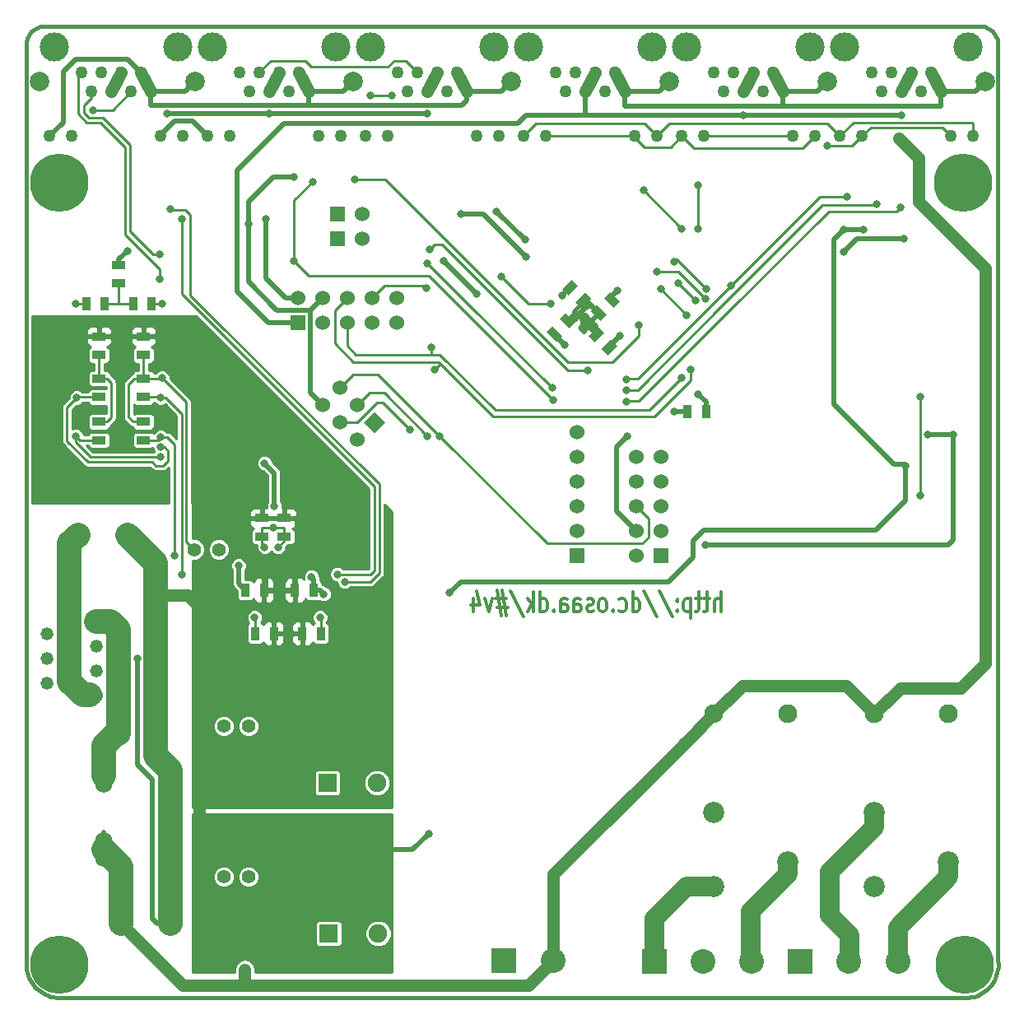
<source format=gbl>
G04 (created by PCBNEW-RS274X (2010-12-18 BZR 2669)-stable) date 2011-01-01T22:16:00 CET*
G01*
G70*
G90*
%MOIN*%
G04 Gerber Fmt 3.4, Leading zero omitted, Abs format*
%FSLAX34Y34*%
G04 APERTURE LIST*
%ADD10C,0.006000*%
%ADD11C,0.012000*%
%ADD12C,0.015000*%
%ADD13R,0.070000X0.070000*%
%ADD14C,0.070000*%
%ADD15C,0.060000*%
%ADD16R,0.060000X0.060000*%
%ADD17R,0.075000X0.075000*%
%ADD18C,0.075000*%
%ADD19C,0.055000*%
%ADD20R,0.035000X0.055000*%
%ADD21R,0.055000X0.035000*%
%ADD22C,0.236200*%
%ADD23C,0.078700*%
%ADD24C,0.050000*%
%ADD25C,0.118100*%
%ADD26C,0.076000*%
%ADD27C,0.085900*%
%ADD28C,0.052000*%
%ADD29O,0.070500X0.141000*%
%ADD30R,0.100000X0.100000*%
%ADD31C,0.100000*%
%ADD32C,0.031500*%
%ADD33C,0.019700*%
%ADD34C,0.049200*%
%ADD35C,0.098400*%
%ADD36C,0.010000*%
%ADD37C,0.078700*%
G04 APERTURE END LIST*
G54D10*
G54D11*
X28980Y-25524D02*
X28980Y-24724D01*
X28723Y-25524D02*
X28723Y-25105D01*
X28752Y-25029D01*
X28809Y-24990D01*
X28894Y-24990D01*
X28952Y-25029D01*
X28980Y-25067D01*
X28523Y-24990D02*
X28294Y-24990D01*
X28437Y-24724D02*
X28437Y-25410D01*
X28409Y-25486D01*
X28351Y-25524D01*
X28294Y-25524D01*
X28180Y-24990D02*
X27951Y-24990D01*
X28094Y-24724D02*
X28094Y-25410D01*
X28066Y-25486D01*
X28008Y-25524D01*
X27951Y-25524D01*
X27751Y-24990D02*
X27751Y-25790D01*
X27751Y-25029D02*
X27694Y-24990D01*
X27580Y-24990D01*
X27523Y-25029D01*
X27494Y-25067D01*
X27465Y-25143D01*
X27465Y-25371D01*
X27494Y-25448D01*
X27523Y-25486D01*
X27580Y-25524D01*
X27694Y-25524D01*
X27751Y-25486D01*
X27208Y-25448D02*
X27180Y-25486D01*
X27208Y-25524D01*
X27237Y-25486D01*
X27208Y-25448D01*
X27208Y-25524D01*
X27208Y-25029D02*
X27180Y-25067D01*
X27208Y-25105D01*
X27237Y-25067D01*
X27208Y-25029D01*
X27208Y-25105D01*
X26494Y-24686D02*
X27008Y-25714D01*
X25865Y-24686D02*
X26379Y-25714D01*
X25407Y-25524D02*
X25407Y-24724D01*
X25407Y-25486D02*
X25464Y-25524D01*
X25578Y-25524D01*
X25636Y-25486D01*
X25664Y-25448D01*
X25693Y-25371D01*
X25693Y-25143D01*
X25664Y-25067D01*
X25636Y-25029D01*
X25578Y-24990D01*
X25464Y-24990D01*
X25407Y-25029D01*
X24864Y-25486D02*
X24921Y-25524D01*
X25035Y-25524D01*
X25093Y-25486D01*
X25121Y-25448D01*
X25150Y-25371D01*
X25150Y-25143D01*
X25121Y-25067D01*
X25093Y-25029D01*
X25035Y-24990D01*
X24921Y-24990D01*
X24864Y-25029D01*
X24607Y-25448D02*
X24579Y-25486D01*
X24607Y-25524D01*
X24636Y-25486D01*
X24607Y-25448D01*
X24607Y-25524D01*
X24235Y-25524D02*
X24293Y-25486D01*
X24321Y-25448D01*
X24350Y-25371D01*
X24350Y-25143D01*
X24321Y-25067D01*
X24293Y-25029D01*
X24235Y-24990D01*
X24150Y-24990D01*
X24093Y-25029D01*
X24064Y-25067D01*
X24035Y-25143D01*
X24035Y-25371D01*
X24064Y-25448D01*
X24093Y-25486D01*
X24150Y-25524D01*
X24235Y-25524D01*
X23807Y-25486D02*
X23750Y-25524D01*
X23635Y-25524D01*
X23578Y-25486D01*
X23550Y-25410D01*
X23550Y-25371D01*
X23578Y-25295D01*
X23635Y-25257D01*
X23721Y-25257D01*
X23778Y-25219D01*
X23807Y-25143D01*
X23807Y-25105D01*
X23778Y-25029D01*
X23721Y-24990D01*
X23635Y-24990D01*
X23578Y-25029D01*
X23035Y-25524D02*
X23035Y-25105D01*
X23064Y-25029D01*
X23121Y-24990D01*
X23235Y-24990D01*
X23292Y-25029D01*
X23035Y-25486D02*
X23092Y-25524D01*
X23235Y-25524D01*
X23292Y-25486D01*
X23321Y-25410D01*
X23321Y-25333D01*
X23292Y-25257D01*
X23235Y-25219D01*
X23092Y-25219D01*
X23035Y-25181D01*
X22492Y-25524D02*
X22492Y-25105D01*
X22521Y-25029D01*
X22578Y-24990D01*
X22692Y-24990D01*
X22749Y-25029D01*
X22492Y-25486D02*
X22549Y-25524D01*
X22692Y-25524D01*
X22749Y-25486D01*
X22778Y-25410D01*
X22778Y-25333D01*
X22749Y-25257D01*
X22692Y-25219D01*
X22549Y-25219D01*
X22492Y-25181D01*
X22206Y-25448D02*
X22178Y-25486D01*
X22206Y-25524D01*
X22235Y-25486D01*
X22206Y-25448D01*
X22206Y-25524D01*
X21663Y-25524D02*
X21663Y-24724D01*
X21663Y-25486D02*
X21720Y-25524D01*
X21834Y-25524D01*
X21892Y-25486D01*
X21920Y-25448D01*
X21949Y-25371D01*
X21949Y-25143D01*
X21920Y-25067D01*
X21892Y-25029D01*
X21834Y-24990D01*
X21720Y-24990D01*
X21663Y-25029D01*
X21377Y-25524D02*
X21377Y-24724D01*
X21320Y-25219D02*
X21149Y-25524D01*
X21149Y-24990D02*
X21377Y-25295D01*
X20463Y-24686D02*
X20977Y-25714D01*
X20291Y-24990D02*
X19862Y-24990D01*
X20119Y-24648D02*
X20291Y-25676D01*
X19919Y-25333D02*
X20348Y-25333D01*
X20091Y-25676D02*
X19919Y-24648D01*
X19719Y-24990D02*
X19576Y-25524D01*
X19434Y-24990D01*
X18948Y-24990D02*
X18948Y-25524D01*
X19091Y-24686D02*
X19234Y-25257D01*
X18862Y-25257D01*
G54D12*
X00850Y-39900D02*
X00850Y-02550D01*
X39000Y-41150D02*
X02300Y-41150D01*
X40200Y-02550D02*
X40200Y-39650D01*
X01600Y-01800D02*
X39450Y-01800D01*
X01600Y-01800D02*
X01535Y-01803D01*
X01470Y-01812D01*
X01406Y-01826D01*
X01344Y-01846D01*
X01284Y-01871D01*
X01226Y-01901D01*
X01170Y-01936D01*
X01118Y-01976D01*
X01070Y-02020D01*
X01026Y-02068D01*
X00986Y-02120D01*
X00951Y-02176D01*
X00921Y-02234D01*
X00896Y-02294D01*
X00876Y-02356D01*
X00862Y-02420D01*
X00853Y-02485D01*
X00850Y-02550D01*
X40200Y-02550D02*
X40197Y-02485D01*
X40188Y-02420D01*
X40174Y-02356D01*
X40154Y-02294D01*
X40129Y-02234D01*
X40099Y-02176D01*
X40064Y-02120D01*
X40024Y-02068D01*
X39980Y-02020D01*
X39932Y-01976D01*
X39880Y-01936D01*
X39825Y-01901D01*
X39766Y-01871D01*
X39706Y-01846D01*
X39644Y-01826D01*
X39580Y-01812D01*
X39515Y-01803D01*
X39450Y-01800D01*
X38999Y-41149D02*
X39116Y-41131D01*
X39231Y-41103D01*
X39343Y-41065D01*
X39451Y-41017D01*
X39555Y-40960D01*
X39653Y-40894D01*
X39746Y-40820D01*
X39831Y-40738D01*
X39909Y-40649D01*
X39979Y-40553D01*
X40041Y-40452D01*
X40093Y-40345D01*
X40136Y-40235D01*
X40169Y-40121D01*
X40192Y-40005D01*
X40205Y-39887D01*
X40207Y-39770D01*
X40199Y-39651D01*
X00851Y-39899D02*
X00865Y-40016D01*
X00889Y-40131D01*
X00923Y-40244D01*
X00966Y-40354D01*
X01019Y-40460D01*
X01081Y-40560D01*
X01152Y-40655D01*
X01231Y-40743D01*
X01316Y-40824D01*
X01409Y-40897D01*
X01508Y-40962D01*
X01612Y-41018D01*
X01720Y-41064D01*
X01832Y-41101D01*
X01947Y-41129D01*
X02064Y-41146D01*
X02182Y-41152D01*
X02299Y-41149D01*
G54D13*
X04700Y-38150D03*
G54D14*
X06700Y-38150D03*
G54D13*
X02950Y-22400D03*
G54D14*
X04950Y-22400D03*
G54D10*
G36*
X15385Y-17854D02*
X14961Y-18278D01*
X14537Y-17854D01*
X14961Y-17430D01*
X15385Y-17854D01*
X15385Y-17854D01*
G37*
G54D15*
X14254Y-18561D03*
X14254Y-17146D03*
X13546Y-17854D03*
X13546Y-16439D03*
X12839Y-17146D03*
G54D16*
X26550Y-23250D03*
G54D15*
X25550Y-23250D03*
X26550Y-22250D03*
X25550Y-22250D03*
X26550Y-21250D03*
X25550Y-21250D03*
X26550Y-20250D03*
X25550Y-20250D03*
X26550Y-19250D03*
X25550Y-19250D03*
G54D17*
X13100Y-38550D03*
G54D18*
X15100Y-38550D03*
G54D19*
X08850Y-36250D03*
X09850Y-36250D03*
G54D10*
G36*
X23617Y-14356D02*
X24006Y-13967D01*
X24253Y-14214D01*
X23864Y-14603D01*
X23617Y-14356D01*
X23617Y-14356D01*
G37*
G36*
X24147Y-14886D02*
X24536Y-14497D01*
X24783Y-14744D01*
X24394Y-15133D01*
X24147Y-14886D01*
X24147Y-14886D01*
G37*
G36*
X23733Y-12844D02*
X23344Y-13233D01*
X23097Y-12986D01*
X23486Y-12597D01*
X23733Y-12844D01*
X23733Y-12844D01*
G37*
G36*
X23203Y-12314D02*
X22814Y-12703D01*
X22567Y-12456D01*
X22956Y-12067D01*
X23203Y-12314D01*
X23203Y-12314D01*
G37*
G54D20*
X27625Y-17400D03*
X28375Y-17400D03*
G54D10*
G36*
X22694Y-13417D02*
X23083Y-13806D01*
X22836Y-14053D01*
X22447Y-13664D01*
X22694Y-13417D01*
X22694Y-13417D01*
G37*
G36*
X22164Y-13947D02*
X22553Y-14336D01*
X22306Y-14583D01*
X21917Y-14194D01*
X22164Y-13947D01*
X22164Y-13947D01*
G37*
G36*
X24106Y-13733D02*
X23717Y-13344D01*
X23964Y-13097D01*
X24353Y-13486D01*
X24106Y-13733D01*
X24106Y-13733D01*
G37*
G36*
X24636Y-13203D02*
X24247Y-12814D01*
X24494Y-12567D01*
X24883Y-12956D01*
X24636Y-13203D01*
X24636Y-13203D01*
G37*
G54D17*
X13050Y-32450D03*
G54D18*
X15050Y-32450D03*
G54D16*
X23150Y-23250D03*
G54D15*
X23150Y-22250D03*
X23150Y-21250D03*
X23150Y-20250D03*
X23150Y-19250D03*
X23150Y-18250D03*
G54D16*
X13450Y-10400D03*
G54D15*
X14450Y-10400D03*
G54D16*
X13450Y-09400D03*
G54D15*
X14450Y-09400D03*
G54D19*
X08650Y-23000D03*
X07650Y-23000D03*
G54D20*
X05925Y-13050D03*
X05175Y-13050D03*
X03275Y-13050D03*
X04025Y-13050D03*
G54D21*
X03800Y-17825D03*
X03800Y-18575D03*
X03800Y-16075D03*
X03800Y-16825D03*
X05600Y-17825D03*
X05600Y-18575D03*
X05600Y-16075D03*
X05600Y-16825D03*
X11300Y-22475D03*
X11300Y-21725D03*
G54D20*
X12475Y-24650D03*
X11725Y-24650D03*
G54D21*
X10400Y-22475D03*
X10400Y-21725D03*
X04600Y-12225D03*
X04600Y-11475D03*
G54D20*
X10125Y-26400D03*
X10875Y-26400D03*
G54D21*
X03800Y-15125D03*
X03800Y-14375D03*
X05600Y-15125D03*
X05600Y-14375D03*
G54D20*
X12775Y-26400D03*
X12025Y-26400D03*
X09725Y-24650D03*
X10475Y-24650D03*
G54D19*
X08850Y-30150D03*
X09850Y-30150D03*
G54D22*
X38800Y-08150D03*
X38850Y-39800D03*
X02200Y-39800D03*
X02200Y-08150D03*
G54D23*
X01400Y-04050D03*
G54D24*
X22300Y-03689D03*
X22700Y-04453D03*
X23100Y-03689D03*
X23500Y-04453D03*
X23900Y-03689D03*
X24300Y-04453D03*
X24700Y-03689D03*
X25100Y-04453D03*
X21000Y-06250D03*
X21900Y-06250D03*
X25500Y-06250D03*
X26400Y-06250D03*
G54D25*
X26200Y-02650D03*
X21200Y-02650D03*
G54D23*
X26900Y-04050D03*
G54D24*
X28700Y-03689D03*
X29100Y-04453D03*
X29500Y-03689D03*
X29900Y-04453D03*
X30300Y-03689D03*
X30700Y-04453D03*
X31100Y-03689D03*
X31500Y-04453D03*
X27400Y-06250D03*
X28300Y-06250D03*
X31900Y-06250D03*
X32800Y-06250D03*
G54D25*
X32600Y-02650D03*
X27600Y-02650D03*
G54D23*
X33300Y-04050D03*
G54D24*
X35100Y-03689D03*
X35500Y-04453D03*
X35900Y-03689D03*
X36300Y-04453D03*
X36700Y-03689D03*
X37100Y-04453D03*
X37500Y-03689D03*
X37900Y-04453D03*
X33800Y-06250D03*
X34700Y-06250D03*
X38300Y-06250D03*
X39200Y-06250D03*
G54D25*
X39000Y-02650D03*
X34000Y-02650D03*
G54D23*
X39700Y-04050D03*
G54D24*
X15900Y-03689D03*
X16300Y-04453D03*
X16700Y-03689D03*
X17100Y-04453D03*
X17500Y-03689D03*
X17900Y-04453D03*
X18300Y-03689D03*
X18700Y-04453D03*
X14600Y-06250D03*
X15500Y-06250D03*
X19100Y-06250D03*
X20000Y-06250D03*
G54D25*
X19800Y-02650D03*
X14800Y-02650D03*
G54D23*
X20500Y-04050D03*
G54D24*
X09500Y-03689D03*
X09900Y-04453D03*
X10300Y-03689D03*
X10700Y-04453D03*
X11100Y-03689D03*
X11500Y-04453D03*
X11900Y-03689D03*
X12300Y-04453D03*
X08200Y-06250D03*
X09100Y-06250D03*
X12700Y-06250D03*
X13600Y-06250D03*
G54D25*
X13400Y-02650D03*
X08400Y-02650D03*
G54D23*
X14100Y-04050D03*
G54D24*
X03100Y-03689D03*
X03500Y-04453D03*
X03900Y-03689D03*
X04300Y-04453D03*
X04700Y-03689D03*
X05100Y-04453D03*
X05500Y-03689D03*
X05900Y-04453D03*
X01800Y-06250D03*
X02700Y-06250D03*
X06300Y-06250D03*
X07200Y-06250D03*
G54D25*
X07000Y-02650D03*
X02000Y-02650D03*
G54D23*
X07700Y-04050D03*
G54D26*
X28700Y-29650D03*
G54D27*
X28700Y-33650D03*
X28700Y-36650D03*
X31700Y-35650D03*
G54D26*
X31700Y-29650D03*
X35200Y-29650D03*
G54D27*
X35200Y-33650D03*
X35200Y-36650D03*
X38200Y-35650D03*
G54D26*
X38200Y-29650D03*
G54D28*
X03700Y-28900D03*
X01700Y-28400D03*
X03700Y-27900D03*
X01700Y-27400D03*
X03700Y-26900D03*
X01700Y-26400D03*
X03700Y-25900D03*
G54D29*
X04000Y-32150D03*
X04000Y-35150D03*
G54D16*
X11850Y-13800D03*
G54D15*
X11850Y-12800D03*
X12850Y-13800D03*
X12850Y-12800D03*
X13850Y-13800D03*
X13850Y-12800D03*
X14850Y-13800D03*
X14850Y-12800D03*
X15850Y-13800D03*
X15850Y-12800D03*
G54D30*
X26294Y-39685D03*
G54D31*
X28263Y-39685D03*
X30232Y-39685D03*
G54D30*
X32200Y-39685D03*
G54D31*
X34169Y-39685D03*
X36138Y-39685D03*
G54D30*
X20200Y-39650D03*
G54D31*
X22200Y-39650D03*
G54D32*
X09700Y-40000D03*
X36300Y-05400D03*
X36200Y-06350D03*
X29900Y-05400D03*
X17100Y-05350D03*
X10700Y-05350D03*
X06550Y-05350D03*
X12900Y-24800D03*
X10500Y-19500D03*
X10900Y-21250D03*
X10850Y-22100D03*
X10500Y-22900D03*
X11050Y-22900D03*
X12400Y-24100D03*
X09450Y-23650D03*
X10550Y-09600D03*
X19100Y-12650D03*
X17750Y-11300D03*
X27100Y-17400D03*
X25200Y-18400D03*
X19900Y-09300D03*
X21050Y-10450D03*
X18000Y-24750D03*
X36450Y-19600D03*
X33950Y-10050D03*
X34750Y-10050D03*
X23850Y-13950D03*
X23050Y-13650D03*
X23600Y-13100D03*
X17600Y-18400D03*
X10100Y-25750D03*
X12750Y-25750D03*
X06300Y-19250D03*
X02850Y-18400D03*
X06300Y-18850D03*
X02900Y-16850D03*
X03550Y-05200D03*
X02850Y-13050D03*
X06350Y-16050D03*
X07150Y-24000D03*
X06300Y-16850D03*
X06850Y-23250D03*
X06300Y-18450D03*
X06250Y-11050D03*
X06250Y-12050D03*
X06350Y-13050D03*
X21100Y-11150D03*
X18450Y-09400D03*
X06000Y-31450D03*
X06000Y-31050D03*
X06000Y-29600D03*
X04400Y-20100D03*
X04400Y-18750D03*
X11550Y-24000D03*
X28050Y-16700D03*
X09850Y-09800D03*
X11700Y-07900D03*
X28350Y-22800D03*
X37350Y-18350D03*
X38400Y-18350D03*
X36400Y-10400D03*
X33950Y-10950D03*
X17150Y-34500D03*
X22550Y-12700D03*
X22650Y-14700D03*
X24900Y-14350D03*
X24800Y-12500D03*
X10800Y-36800D03*
X13550Y-35150D03*
X08250Y-21700D03*
X10800Y-31000D03*
X13567Y-29100D03*
X07800Y-20100D03*
X06350Y-20100D03*
X14100Y-22000D03*
X10400Y-21250D03*
X11500Y-22950D03*
X10550Y-24000D03*
X08550Y-29100D03*
X11750Y-29100D03*
X08550Y-35100D03*
X11650Y-35150D03*
X05350Y-27400D03*
X04950Y-10900D03*
X13750Y-24300D03*
X06700Y-09200D03*
X07150Y-09600D03*
X13450Y-24000D03*
X04000Y-31100D03*
X37050Y-16800D03*
X37050Y-20800D03*
X33300Y-06650D03*
X15650Y-04600D03*
X14800Y-04600D03*
X22100Y-13050D03*
X20100Y-11950D03*
X17050Y-12400D03*
X16400Y-18150D03*
X17100Y-18400D03*
X17250Y-14800D03*
X27400Y-16050D03*
X17400Y-15700D03*
X27750Y-15700D03*
X25650Y-13900D03*
X14150Y-08000D03*
X28050Y-10000D03*
X28050Y-08250D03*
X27250Y-12200D03*
X27950Y-12900D03*
X27600Y-13500D03*
X26550Y-12450D03*
X27400Y-10000D03*
X25850Y-08450D03*
X27100Y-11350D03*
X28400Y-12450D03*
X26400Y-11750D03*
X28350Y-12850D03*
X22150Y-16450D03*
X17100Y-11400D03*
X12450Y-08100D03*
X11700Y-11300D03*
X22200Y-16950D03*
X25150Y-17000D03*
X36250Y-09150D03*
X25150Y-16550D03*
X35300Y-09000D03*
X34100Y-08700D03*
X29400Y-12300D03*
X25150Y-16100D03*
X23600Y-15750D03*
X17200Y-10850D03*
G54D33*
X11850Y-13800D02*
X10650Y-13800D01*
X09400Y-12550D02*
X09400Y-07650D01*
X09400Y-07650D02*
X11300Y-05750D01*
X11300Y-05750D02*
X20750Y-05750D01*
X20750Y-05750D02*
X21100Y-05400D01*
X21100Y-05400D02*
X23500Y-05400D01*
X10650Y-13800D02*
X09400Y-12550D01*
X04000Y-34450D02*
X04000Y-35150D01*
G54D34*
X09700Y-40000D02*
X09700Y-40650D01*
X27550Y-30800D02*
X28700Y-29650D01*
X28700Y-29650D02*
X28700Y-29650D01*
X34050Y-28500D02*
X35200Y-29650D01*
X29850Y-28500D02*
X34050Y-28500D01*
X28700Y-29650D02*
X29850Y-28500D01*
X35200Y-29650D02*
X35200Y-29650D01*
X35200Y-29650D02*
X36250Y-28600D01*
X36250Y-28600D02*
X38700Y-28600D01*
X38700Y-28600D02*
X39700Y-27600D01*
X39700Y-27600D02*
X39700Y-11600D01*
X22200Y-39650D02*
X22200Y-36150D01*
X22200Y-36150D02*
X27550Y-30800D01*
X27550Y-30800D02*
X27500Y-30850D01*
G54D33*
X29900Y-05400D02*
X36300Y-05400D01*
G54D34*
X36200Y-06350D02*
X37000Y-07150D01*
X37000Y-07150D02*
X37000Y-08900D01*
X37000Y-08900D02*
X38100Y-10000D01*
X38100Y-10000D02*
X38100Y-10000D01*
X38100Y-10000D02*
X39700Y-11600D01*
G54D33*
X23500Y-05400D02*
X23500Y-04453D01*
X29900Y-05400D02*
X23500Y-05400D01*
G54D34*
X09700Y-40650D02*
X07200Y-40650D01*
X07200Y-40650D02*
X04700Y-38150D01*
X09700Y-40650D02*
X09700Y-40550D01*
X09700Y-40550D02*
X09700Y-40650D01*
X21200Y-40650D02*
X22200Y-39650D01*
X09700Y-40650D02*
X21200Y-40650D01*
G54D35*
X04700Y-38150D02*
X04700Y-35850D01*
X04700Y-35850D02*
X04000Y-35150D01*
G54D34*
X36700Y-03689D02*
X36300Y-04453D01*
X30300Y-03689D02*
X29900Y-04453D01*
X23900Y-03689D02*
X23500Y-04453D01*
X03700Y-28900D02*
X03698Y-28898D01*
G54D35*
X02594Y-22756D02*
X02594Y-28347D01*
X02594Y-28347D02*
X03145Y-28898D01*
X03145Y-28898D02*
X03420Y-28898D01*
X02594Y-22756D02*
X02950Y-22400D01*
G54D34*
X03698Y-28898D02*
X03420Y-28898D01*
X04700Y-03689D02*
X04300Y-04453D01*
G54D33*
X10700Y-05350D02*
X17100Y-05350D01*
X06550Y-05350D02*
X10700Y-05350D01*
G54D34*
X11100Y-03689D02*
X10700Y-04453D01*
X17500Y-03689D02*
X17100Y-04453D01*
G54D33*
X12475Y-24650D02*
X12750Y-24650D01*
X12750Y-24650D02*
X12900Y-24800D01*
X10500Y-19500D02*
X10900Y-19900D01*
X10900Y-19900D02*
X10900Y-21250D01*
G54D36*
X10850Y-22100D02*
X10400Y-22100D01*
X10400Y-22100D02*
X10400Y-22475D01*
X10850Y-22100D02*
X11300Y-22100D01*
X11300Y-22100D02*
X11300Y-22475D01*
X10400Y-22475D02*
X10400Y-22800D01*
X10400Y-22800D02*
X10500Y-22900D01*
X11050Y-22900D02*
X11300Y-22650D01*
X11300Y-22650D02*
X11300Y-22475D01*
G54D33*
X12475Y-24650D02*
X12500Y-24625D01*
X12500Y-24200D02*
X12400Y-24100D01*
X12500Y-24625D02*
X12500Y-24200D01*
X09725Y-24650D02*
X09450Y-24375D01*
X09450Y-24375D02*
X09450Y-23650D01*
X10550Y-09600D02*
X10550Y-12000D01*
X11350Y-12800D02*
X11850Y-12800D01*
X10550Y-12000D02*
X11350Y-12800D01*
X19100Y-12650D02*
X17750Y-11300D01*
X27625Y-17400D02*
X27100Y-17400D01*
X24750Y-21450D02*
X24750Y-18850D01*
X24750Y-21450D02*
X25550Y-22250D01*
X25200Y-18400D02*
X24750Y-18850D01*
X19900Y-09300D02*
X21050Y-10450D01*
X36450Y-19600D02*
X36450Y-21000D01*
X35250Y-22200D02*
X36450Y-21000D01*
X28300Y-22200D02*
X35250Y-22200D01*
X27850Y-22650D02*
X28300Y-22200D01*
X27850Y-23300D02*
X27850Y-22650D01*
X26850Y-24300D02*
X27850Y-23300D01*
X18450Y-24300D02*
X26850Y-24300D01*
X18450Y-24300D02*
X18000Y-24750D01*
X33550Y-10450D02*
X33950Y-10050D01*
X33550Y-17100D02*
X33550Y-10450D01*
X36000Y-19550D02*
X33550Y-17100D01*
X36400Y-19550D02*
X36000Y-19550D01*
X36450Y-19600D02*
X36400Y-19550D01*
X33950Y-10050D02*
X34750Y-10050D01*
X23935Y-14285D02*
X23935Y-14035D01*
X23935Y-14035D02*
X23850Y-13950D01*
X23415Y-12915D02*
X23600Y-13100D01*
X23415Y-12915D02*
X23535Y-12915D01*
X23535Y-12915D02*
X24035Y-13415D01*
X22765Y-13735D02*
X22965Y-13735D01*
X22965Y-13735D02*
X23050Y-13650D01*
X23850Y-13950D02*
X23300Y-13400D01*
X23300Y-13400D02*
X23050Y-13650D01*
X23600Y-13100D02*
X23300Y-13400D01*
G54D36*
X25550Y-21250D02*
X26050Y-21750D01*
X21950Y-22750D02*
X17600Y-18400D01*
X25800Y-22750D02*
X21950Y-22750D01*
X26050Y-22500D02*
X25800Y-22750D01*
X26050Y-21750D02*
X26050Y-22500D01*
X13546Y-16439D02*
X13561Y-16439D01*
X15100Y-15900D02*
X17600Y-18400D01*
X14100Y-15900D02*
X15100Y-15900D01*
X13561Y-16439D02*
X14100Y-15900D01*
G54D37*
X28700Y-36650D02*
X27600Y-36650D01*
X26294Y-37956D02*
X26294Y-39685D01*
X27600Y-36650D02*
X26294Y-37956D01*
X28700Y-36650D02*
X28600Y-36650D01*
X30200Y-37650D02*
X30200Y-39653D01*
X31700Y-35650D02*
X31700Y-36150D01*
X30200Y-37650D02*
X31700Y-36150D01*
X30200Y-39653D02*
X30232Y-39685D01*
X38200Y-35650D02*
X38200Y-36250D01*
X36138Y-38312D02*
X36138Y-39685D01*
X38200Y-36250D02*
X36138Y-38312D01*
X34200Y-38600D02*
X34200Y-39654D01*
X35200Y-33650D02*
X35200Y-34250D01*
X33400Y-37800D02*
X34200Y-38600D01*
X33400Y-36050D02*
X33400Y-37800D01*
X35200Y-34250D02*
X33400Y-36050D01*
X34200Y-39654D02*
X34169Y-39685D01*
G54D36*
X10125Y-26400D02*
X10125Y-25775D01*
X10125Y-25775D02*
X10100Y-25750D01*
X12775Y-26400D02*
X12775Y-25775D01*
X12775Y-25775D02*
X12750Y-25750D01*
X04475Y-19250D02*
X03450Y-19250D01*
X06300Y-19250D02*
X04475Y-19250D01*
X02850Y-18650D02*
X02850Y-18400D01*
X03450Y-19250D02*
X02850Y-18650D01*
X03025Y-18575D02*
X03800Y-18575D01*
X02850Y-18400D02*
X03025Y-18575D01*
X02500Y-17250D02*
X02900Y-16850D01*
X02500Y-18600D02*
X02500Y-17250D01*
X03350Y-19450D02*
X02500Y-18600D01*
X05950Y-19450D02*
X03350Y-19450D01*
X06100Y-19600D02*
X05950Y-19450D01*
X06400Y-19600D02*
X06100Y-19600D01*
X06600Y-19400D02*
X06400Y-19600D01*
X06600Y-19000D02*
X06600Y-19400D01*
X06450Y-18850D02*
X06600Y-19000D01*
X06300Y-18850D02*
X06450Y-18850D01*
X02925Y-16825D02*
X03800Y-16825D01*
X02900Y-16850D02*
X02925Y-16825D01*
X05097Y-04453D02*
X05100Y-04453D01*
X04350Y-05200D02*
X05097Y-04453D01*
X03550Y-05200D02*
X04350Y-05200D01*
X02850Y-13050D02*
X03275Y-13050D01*
X07650Y-23000D02*
X07650Y-23000D01*
X07331Y-22681D02*
X07331Y-17031D01*
X07650Y-23000D02*
X07331Y-22681D01*
X05600Y-16075D02*
X05225Y-16075D01*
X05175Y-17825D02*
X05600Y-17825D01*
X05000Y-17650D02*
X05175Y-17825D01*
X05000Y-16300D02*
X05000Y-17650D01*
X05225Y-16075D02*
X05000Y-16300D01*
X05600Y-16075D02*
X06325Y-16075D01*
X06325Y-16075D02*
X06350Y-16050D01*
X05600Y-15125D02*
X05600Y-16075D01*
X07331Y-17031D02*
X06350Y-16050D01*
X06500Y-16850D02*
X06300Y-16850D01*
X07150Y-17500D02*
X06500Y-16850D01*
X07150Y-24000D02*
X07150Y-17500D01*
X06275Y-16825D02*
X05600Y-16825D01*
X06300Y-16850D02*
X06275Y-16825D01*
X06550Y-18450D02*
X06300Y-18450D01*
X06850Y-18750D02*
X06550Y-18450D01*
X06850Y-23250D02*
X06850Y-18750D01*
X06175Y-18575D02*
X05600Y-18575D01*
X06300Y-18450D02*
X06175Y-18575D01*
X06000Y-11050D02*
X06250Y-11050D01*
X05050Y-10100D02*
X06000Y-11050D01*
X05050Y-06600D02*
X05050Y-10100D01*
X03950Y-05500D02*
X05050Y-06600D01*
X03400Y-05500D02*
X03950Y-05500D01*
X03200Y-05300D02*
X03400Y-05500D01*
X03200Y-05000D02*
X03200Y-05300D01*
X03500Y-04453D02*
X03500Y-04700D01*
X03500Y-04700D02*
X03200Y-05000D01*
X06250Y-11650D02*
X06250Y-12050D01*
X04850Y-10250D02*
X06250Y-11650D01*
X04850Y-06700D02*
X04850Y-10250D01*
X03849Y-05699D02*
X04850Y-06700D01*
X03299Y-05699D02*
X03849Y-05699D01*
X02950Y-05350D02*
X03299Y-05699D01*
X02950Y-03789D02*
X02950Y-05350D01*
X03100Y-03689D02*
X03100Y-03639D01*
X03100Y-03639D02*
X02950Y-03789D01*
X05925Y-13050D02*
X06350Y-13050D01*
G54D33*
X21100Y-11150D02*
X19350Y-09400D01*
X19350Y-09400D02*
X18450Y-09400D01*
G54D34*
X08550Y-29100D02*
X07850Y-29100D01*
X06100Y-24850D02*
X07400Y-24850D01*
X07400Y-24850D02*
X07850Y-25300D01*
X07850Y-25300D02*
X07850Y-29100D01*
X07850Y-34400D02*
X08550Y-35100D01*
X07850Y-29100D02*
X07850Y-34400D01*
X06150Y-31600D02*
X06350Y-31600D01*
X06000Y-31450D02*
X06150Y-31600D01*
X06100Y-31150D02*
X06100Y-31350D01*
X06000Y-31050D02*
X06100Y-31150D01*
X06000Y-29600D02*
X06100Y-29600D01*
X06100Y-29600D02*
X06250Y-29600D01*
X06250Y-29600D02*
X06100Y-29600D01*
G54D35*
X04950Y-22400D02*
X06100Y-23550D01*
X06700Y-31950D02*
X06700Y-38150D01*
X06350Y-31600D02*
X06700Y-31950D01*
X06100Y-31350D02*
X06350Y-31600D01*
X06100Y-23550D02*
X06100Y-24850D01*
X06100Y-24850D02*
X06100Y-29600D01*
X06100Y-29600D02*
X06100Y-31350D01*
G54D33*
X04650Y-14375D02*
X04650Y-18250D01*
X04400Y-20100D02*
X04550Y-20100D01*
X04650Y-18500D02*
X04400Y-18750D01*
X04650Y-18250D02*
X04650Y-18500D01*
X12839Y-17146D02*
X12350Y-16657D01*
X12350Y-16657D02*
X12350Y-13300D01*
X12350Y-13300D02*
X11000Y-13300D01*
X09850Y-12150D02*
X09850Y-09800D01*
X11000Y-13300D02*
X09850Y-12150D01*
X12850Y-12800D02*
X12350Y-13300D01*
X11725Y-24175D02*
X11725Y-24650D01*
X11550Y-24000D02*
X11725Y-24175D01*
X28375Y-17400D02*
X28375Y-17025D01*
X28375Y-17025D02*
X28050Y-16700D01*
X10950Y-23850D02*
X11050Y-23950D01*
X10950Y-23850D02*
X09850Y-22750D01*
X09850Y-21250D02*
X09850Y-22750D01*
X11050Y-23950D02*
X11050Y-24650D01*
X37900Y-04453D02*
X39297Y-04453D01*
X39297Y-04453D02*
X39700Y-04050D01*
X31500Y-04453D02*
X32897Y-04453D01*
X32897Y-04453D02*
X33300Y-04050D01*
X25100Y-04453D02*
X26497Y-04453D01*
X26497Y-04453D02*
X26900Y-04050D01*
X18700Y-04453D02*
X20097Y-04453D01*
X20097Y-04453D02*
X20500Y-04050D01*
X12300Y-04453D02*
X13697Y-04453D01*
X13697Y-04453D02*
X14100Y-04050D01*
X05900Y-04453D02*
X07297Y-04453D01*
X07297Y-04453D02*
X07700Y-04050D01*
X09850Y-09800D02*
X09850Y-09800D01*
X09850Y-09800D02*
X09850Y-08900D01*
X09850Y-08900D02*
X10850Y-07900D01*
X10850Y-07900D02*
X11700Y-07900D01*
X38400Y-22600D02*
X38400Y-18350D01*
X38200Y-22800D02*
X38400Y-22600D01*
X28350Y-22800D02*
X38200Y-22800D01*
X37350Y-18350D02*
X38400Y-18350D01*
X34500Y-10400D02*
X36400Y-10400D01*
X33950Y-10950D02*
X34500Y-10400D01*
X17150Y-34500D02*
X17075Y-34575D01*
X17075Y-34575D02*
X17150Y-34500D01*
X22885Y-12385D02*
X22865Y-12385D01*
X22865Y-12385D02*
X22550Y-12700D01*
X22235Y-14265D02*
X22235Y-14285D01*
X22235Y-14285D02*
X22650Y-14700D01*
X24465Y-14815D02*
X24465Y-14785D01*
X24465Y-14785D02*
X24900Y-14350D01*
X24565Y-12885D02*
X24565Y-12735D01*
X24565Y-12735D02*
X24800Y-12500D01*
X05500Y-03689D02*
X04961Y-03150D01*
X02350Y-05700D02*
X01800Y-06250D01*
X02350Y-03650D02*
X02350Y-05700D01*
X02850Y-03150D02*
X02350Y-03650D01*
X02900Y-03150D02*
X02850Y-03150D01*
X04961Y-03150D02*
X02900Y-03150D01*
X12300Y-05000D02*
X18500Y-05000D01*
X18700Y-04800D02*
X18700Y-04453D01*
X18500Y-05000D02*
X18700Y-04800D01*
X05900Y-04453D02*
X05900Y-05000D01*
X12300Y-05000D02*
X12300Y-04453D01*
X05900Y-05000D02*
X12300Y-05000D01*
X31500Y-05050D02*
X25100Y-05050D01*
X25100Y-05050D02*
X25100Y-04453D01*
X31500Y-04453D02*
X31500Y-05050D01*
X37900Y-05050D02*
X37900Y-04453D01*
X31500Y-05050D02*
X37900Y-05050D01*
X13550Y-35150D02*
X16500Y-35150D01*
X16500Y-35150D02*
X17150Y-34500D01*
X10850Y-35150D02*
X10850Y-36750D01*
X10850Y-36750D02*
X10800Y-36800D01*
X11600Y-35150D02*
X13550Y-35150D01*
X08200Y-21650D02*
X08200Y-21250D01*
X08250Y-21700D02*
X08200Y-21650D01*
X10750Y-29100D02*
X10750Y-30950D01*
X10750Y-30950D02*
X10800Y-31000D01*
X13567Y-29100D02*
X11750Y-29100D01*
X06350Y-20100D02*
X04550Y-20100D01*
X07650Y-19950D02*
X07800Y-20100D01*
X04550Y-20100D02*
X02350Y-20100D01*
X02350Y-20100D02*
X01750Y-19500D01*
X01750Y-19500D02*
X01750Y-15500D01*
X01750Y-15500D02*
X02875Y-14375D01*
X02875Y-14375D02*
X03800Y-14375D01*
X05600Y-14375D02*
X06125Y-14375D01*
X06125Y-14375D02*
X07650Y-15900D01*
X07650Y-15900D02*
X07650Y-19950D01*
X07650Y-19950D02*
X07650Y-20700D01*
X07650Y-20700D02*
X08200Y-21250D01*
X08200Y-21250D02*
X09850Y-21250D01*
X09850Y-21250D02*
X10400Y-21250D01*
X10475Y-24650D02*
X11050Y-24650D01*
X11050Y-24650D02*
X11250Y-24650D01*
X11250Y-24650D02*
X11550Y-24650D01*
X11550Y-24650D02*
X11725Y-24650D01*
X11750Y-29100D02*
X11700Y-29100D01*
X11700Y-29100D02*
X11550Y-28950D01*
X11550Y-28950D02*
X11550Y-26400D01*
G54D36*
X11300Y-21725D02*
X10400Y-21725D01*
X14100Y-22000D02*
X11750Y-22000D01*
X10400Y-21725D02*
X10400Y-21250D01*
X11500Y-22950D02*
X11750Y-22700D01*
X11750Y-22700D02*
X11750Y-22000D01*
X11675Y-21725D02*
X11300Y-21725D01*
X11750Y-22000D02*
X11750Y-21800D01*
X11750Y-21800D02*
X11675Y-21725D01*
X11725Y-24650D02*
X11550Y-24650D01*
X11550Y-24650D02*
X11500Y-24650D01*
X11500Y-24650D02*
X11550Y-24650D01*
G54D33*
X10475Y-24650D02*
X10550Y-24575D01*
X10550Y-24575D02*
X10550Y-24000D01*
X11550Y-26400D02*
X10875Y-26400D01*
X11550Y-26400D02*
X12025Y-26400D01*
G54D34*
X10750Y-29100D02*
X11750Y-29100D01*
X10850Y-35150D02*
X11600Y-35150D01*
X11600Y-35150D02*
X11650Y-35150D01*
G54D33*
X08550Y-29100D02*
X11750Y-29100D01*
X08550Y-35100D02*
X08600Y-35150D01*
X08600Y-35150D02*
X11650Y-35150D01*
X05600Y-14375D02*
X04650Y-14375D01*
X04650Y-14375D02*
X03800Y-14375D01*
X06150Y-38150D02*
X06700Y-38150D01*
X05350Y-27400D02*
X05350Y-27450D01*
X05350Y-27450D02*
X05350Y-31700D01*
X05350Y-31700D02*
X05950Y-32300D01*
X05950Y-32300D02*
X05950Y-37950D01*
X05950Y-37950D02*
X06150Y-38150D01*
X06300Y-06250D02*
X06300Y-06200D01*
X07600Y-05650D02*
X08200Y-06250D01*
X06850Y-05650D02*
X07600Y-05650D01*
X06300Y-06200D02*
X06850Y-05650D01*
G54D34*
X11900Y-03689D02*
X12300Y-04453D01*
X37500Y-03689D02*
X37900Y-04453D01*
X31100Y-03689D02*
X31500Y-04453D01*
X24700Y-03689D02*
X25100Y-04453D01*
X18300Y-03689D02*
X18700Y-04453D01*
X05500Y-03689D02*
X05900Y-04453D01*
G54D33*
X04600Y-11475D02*
X04600Y-11250D01*
X04600Y-11250D02*
X04950Y-10900D01*
G54D36*
X03800Y-16075D02*
X04125Y-16075D01*
X04125Y-17825D02*
X03800Y-17825D01*
X04300Y-17650D02*
X04125Y-17825D01*
X04300Y-16250D02*
X04300Y-17650D01*
X04125Y-16075D02*
X04300Y-16250D01*
X03800Y-15125D02*
X03800Y-16075D01*
X04600Y-12225D02*
X04600Y-13050D01*
X04025Y-13050D02*
X04600Y-13050D01*
X04600Y-13050D02*
X05175Y-13050D01*
X08000Y-13200D02*
X07500Y-12700D01*
X13750Y-24300D02*
X14800Y-24300D01*
X14800Y-24300D02*
X15150Y-23950D01*
X15150Y-23950D02*
X15150Y-20350D01*
X15150Y-20350D02*
X08000Y-13200D01*
X06750Y-09250D02*
X06700Y-09200D01*
X07300Y-09250D02*
X06750Y-09250D01*
X07500Y-09450D02*
X07300Y-09250D01*
X07500Y-12700D02*
X07500Y-09450D01*
X07150Y-12650D02*
X07150Y-09600D01*
X07150Y-12650D02*
X07725Y-13225D01*
X14950Y-20450D02*
X07725Y-13225D01*
X07725Y-13225D02*
X07700Y-13200D01*
X14950Y-23850D02*
X14950Y-20450D01*
X14800Y-24000D02*
X14950Y-23850D01*
X13450Y-24000D02*
X14800Y-24000D01*
G54D35*
X04600Y-30450D02*
X04600Y-26250D01*
X04250Y-25900D02*
X03700Y-25900D01*
X04600Y-26250D02*
X04250Y-25900D01*
G54D34*
X04000Y-31100D02*
X04000Y-30950D01*
G54D35*
X04600Y-30450D02*
X04500Y-30450D01*
X04500Y-30450D02*
X04000Y-30950D01*
X04000Y-30950D02*
X04000Y-31250D01*
X04000Y-31250D02*
X04000Y-32150D01*
X04600Y-30450D02*
X04600Y-30450D01*
G54D36*
X37050Y-20800D02*
X37050Y-16800D01*
X27400Y-06250D02*
X27900Y-06750D01*
X32300Y-06750D02*
X32800Y-06250D01*
X27900Y-06750D02*
X32300Y-06750D01*
X25500Y-06250D02*
X25500Y-06300D01*
X26950Y-06700D02*
X27400Y-06250D01*
X25900Y-06700D02*
X26950Y-06700D01*
X25500Y-06300D02*
X25900Y-06700D01*
X25500Y-06250D02*
X21900Y-06250D01*
X38300Y-06250D02*
X37950Y-05900D01*
X35050Y-05900D02*
X34700Y-06250D01*
X37950Y-05900D02*
X35050Y-05900D01*
X34700Y-06250D02*
X34300Y-06650D01*
X34300Y-06650D02*
X33300Y-06650D01*
X31900Y-06250D02*
X28300Y-06250D01*
X26400Y-06250D02*
X25900Y-05750D01*
X21500Y-05750D02*
X21000Y-06250D01*
X25900Y-05750D02*
X21500Y-05750D01*
X33800Y-06250D02*
X33300Y-05750D01*
X26900Y-05750D02*
X26400Y-06250D01*
X33300Y-05750D02*
X26900Y-05750D01*
X39200Y-06250D02*
X39200Y-05750D01*
X34350Y-05700D02*
X33800Y-06250D01*
X39150Y-05700D02*
X34350Y-05700D01*
X39200Y-05750D02*
X39150Y-05700D01*
X10300Y-03689D02*
X10300Y-03650D01*
X16211Y-03200D02*
X16700Y-03689D01*
X15750Y-03200D02*
X16211Y-03200D01*
X15500Y-03450D02*
X15750Y-03200D01*
X12400Y-03450D02*
X15500Y-03450D01*
X12150Y-03200D02*
X12400Y-03450D01*
X10750Y-03200D02*
X12150Y-03200D01*
X10300Y-03650D02*
X10750Y-03200D01*
X14800Y-04600D02*
X15650Y-04600D01*
X21200Y-13050D02*
X22100Y-13050D01*
X20100Y-11950D02*
X21200Y-13050D01*
X14850Y-12800D02*
X15350Y-12300D01*
X16950Y-12300D02*
X17050Y-12400D01*
X15350Y-12300D02*
X16950Y-12300D01*
X15300Y-17050D02*
X15050Y-17050D01*
X16400Y-18150D02*
X15300Y-17050D01*
X14246Y-17854D02*
X13546Y-17854D01*
X15050Y-17050D02*
X14246Y-17854D01*
X15050Y-17050D02*
X15050Y-17050D01*
X14750Y-16650D02*
X14254Y-17146D01*
X15350Y-16650D02*
X14750Y-16650D01*
X17100Y-18400D02*
X15350Y-16650D01*
X13850Y-13800D02*
X13850Y-14750D01*
X14200Y-15100D02*
X17250Y-15100D01*
X13850Y-14750D02*
X14200Y-15100D01*
X17250Y-14800D02*
X17250Y-15100D01*
X17600Y-15100D02*
X17250Y-15100D01*
X19850Y-17350D02*
X17600Y-15100D01*
X26100Y-17350D02*
X19850Y-17350D01*
X27400Y-16050D02*
X26100Y-17350D01*
X17600Y-15500D02*
X17600Y-15450D01*
X17625Y-15475D02*
X17600Y-15500D01*
X17400Y-15700D02*
X17625Y-15475D01*
X13850Y-12800D02*
X13350Y-13300D01*
X17550Y-15400D02*
X17550Y-15400D01*
X17550Y-15400D02*
X17600Y-15450D01*
X17600Y-15450D02*
X17600Y-15450D01*
X17600Y-15450D02*
X17750Y-15600D01*
X14100Y-15400D02*
X17550Y-15400D01*
X13350Y-14650D02*
X14100Y-15400D01*
X13350Y-13300D02*
X13350Y-14650D01*
X27750Y-16150D02*
X27750Y-15700D01*
X26300Y-17600D02*
X27750Y-16150D01*
X19750Y-17600D02*
X26300Y-17600D01*
X17750Y-15600D02*
X19750Y-17600D01*
X22800Y-15400D02*
X15400Y-08000D01*
X25650Y-14350D02*
X25650Y-13900D01*
X24600Y-15400D02*
X25650Y-14350D01*
X24000Y-15400D02*
X24600Y-15400D01*
X24000Y-15400D02*
X22800Y-15400D01*
X15400Y-08000D02*
X14150Y-08000D01*
X14150Y-08000D02*
X14150Y-08000D01*
X28050Y-08250D02*
X28050Y-10000D01*
X27950Y-12900D02*
X27250Y-12200D01*
X27600Y-13500D02*
X26550Y-12450D01*
X25850Y-08450D02*
X27400Y-10000D01*
X27200Y-11250D02*
X27100Y-11350D01*
X28400Y-12450D02*
X27200Y-11250D01*
X27250Y-11750D02*
X26400Y-11750D01*
X28350Y-12850D02*
X27250Y-11750D01*
X18700Y-13000D02*
X17100Y-11400D01*
X22150Y-16450D02*
X18700Y-13000D01*
X11700Y-11300D02*
X11700Y-08850D01*
X11700Y-08850D02*
X12450Y-08100D01*
X12300Y-11900D02*
X11700Y-11300D01*
X12300Y-11900D02*
X12450Y-11900D01*
X15200Y-11900D02*
X12450Y-11900D01*
X22200Y-16950D02*
X18450Y-13200D01*
X17150Y-11900D02*
X18450Y-13200D01*
X15200Y-11900D02*
X17150Y-11900D01*
X33350Y-09300D02*
X35600Y-09300D01*
X25666Y-16984D02*
X29300Y-13350D01*
X25166Y-16984D02*
X25666Y-16984D01*
X25150Y-17000D02*
X25166Y-16984D01*
X29300Y-13350D02*
X33350Y-09300D01*
X36100Y-09300D02*
X35600Y-09300D01*
X36250Y-09150D02*
X36100Y-09300D01*
X33100Y-09050D02*
X35000Y-09050D01*
X25613Y-16537D02*
X29100Y-13050D01*
X25163Y-16537D02*
X25613Y-16537D01*
X25150Y-16550D02*
X25163Y-16537D01*
X29100Y-13050D02*
X33100Y-09050D01*
X35250Y-09050D02*
X35000Y-09050D01*
X35300Y-09000D02*
X35250Y-09050D01*
X33000Y-08700D02*
X29550Y-12150D01*
X33000Y-08700D02*
X33050Y-08700D01*
X33100Y-08700D02*
X33000Y-08700D01*
X34100Y-08700D02*
X33100Y-08700D01*
X29400Y-12300D02*
X29550Y-12150D01*
X29550Y-12150D02*
X29000Y-12700D01*
X25610Y-16090D02*
X29000Y-12700D01*
X25160Y-16090D02*
X25610Y-16090D01*
X25150Y-16100D02*
X25160Y-16090D01*
X22350Y-15300D02*
X22800Y-15750D01*
X22800Y-15750D02*
X23600Y-15750D01*
X22200Y-15150D02*
X22350Y-15300D01*
X22350Y-15300D02*
X22400Y-15350D01*
X17200Y-10850D02*
X17400Y-10650D01*
X17400Y-10650D02*
X17700Y-10650D01*
X17700Y-10650D02*
X22200Y-15150D01*
G54D10*
G36*
X15650Y-33450D02*
X15592Y-33450D01*
X15592Y-32559D01*
X15592Y-32343D01*
X15510Y-32144D01*
X15358Y-31991D01*
X15159Y-31908D01*
X14943Y-31908D01*
X14744Y-31990D01*
X14591Y-32142D01*
X14508Y-32341D01*
X14508Y-32557D01*
X14590Y-32756D01*
X14742Y-32909D01*
X14941Y-32992D01*
X15157Y-32992D01*
X15356Y-32910D01*
X15509Y-32758D01*
X15592Y-32559D01*
X15592Y-33450D01*
X13593Y-33450D01*
X13593Y-32859D01*
X13593Y-32792D01*
X13593Y-32042D01*
X13568Y-31980D01*
X13520Y-31933D01*
X13459Y-31907D01*
X13392Y-31907D01*
X13225Y-31907D01*
X13225Y-24865D01*
X13225Y-24736D01*
X13176Y-24616D01*
X13085Y-24525D01*
X12965Y-24475D01*
X12951Y-24475D01*
X12938Y-24462D01*
X12852Y-24404D01*
X12818Y-24397D01*
X12818Y-24342D01*
X12793Y-24280D01*
X12766Y-24253D01*
X12766Y-24200D01*
X12746Y-24098D01*
X12725Y-24066D01*
X12725Y-24036D01*
X12676Y-23916D01*
X12585Y-23825D01*
X12465Y-23775D01*
X12336Y-23775D01*
X12216Y-23824D01*
X12125Y-23915D01*
X12075Y-24035D01*
X12075Y-24164D01*
X12098Y-24221D01*
X12041Y-24164D01*
X11949Y-24126D01*
X11837Y-24125D01*
X11825Y-24137D01*
X11825Y-21837D01*
X11825Y-21613D01*
X11824Y-21501D01*
X11786Y-21409D01*
X11716Y-21339D01*
X11625Y-21301D01*
X11526Y-21301D01*
X11412Y-21300D01*
X11350Y-21362D01*
X11350Y-21675D01*
X11763Y-21675D01*
X11825Y-21613D01*
X11825Y-21837D01*
X11763Y-21775D01*
X11400Y-21775D01*
X11350Y-21775D01*
X11250Y-21775D01*
X11250Y-21675D01*
X11250Y-21362D01*
X11218Y-21330D01*
X11225Y-21315D01*
X11225Y-21186D01*
X11176Y-21066D01*
X11166Y-21056D01*
X11166Y-19900D01*
X11146Y-19798D01*
X11088Y-19712D01*
X11088Y-19711D01*
X10825Y-19448D01*
X10825Y-19436D01*
X10776Y-19316D01*
X10685Y-19225D01*
X10565Y-19175D01*
X10436Y-19175D01*
X10316Y-19224D01*
X10225Y-19315D01*
X10175Y-19435D01*
X10175Y-19564D01*
X10224Y-19684D01*
X10315Y-19775D01*
X10435Y-19825D01*
X10448Y-19825D01*
X10634Y-20010D01*
X10634Y-21056D01*
X10625Y-21065D01*
X10575Y-21185D01*
X10575Y-21300D01*
X10512Y-21300D01*
X10450Y-21362D01*
X10450Y-21675D01*
X10837Y-21675D01*
X10863Y-21675D01*
X11250Y-21675D01*
X11250Y-21775D01*
X11200Y-21775D01*
X10915Y-21775D01*
X10863Y-21775D01*
X10837Y-21775D01*
X10786Y-21775D01*
X10500Y-21775D01*
X10450Y-21775D01*
X10350Y-21775D01*
X10350Y-21675D01*
X10350Y-21362D01*
X10288Y-21300D01*
X10174Y-21301D01*
X10075Y-21301D01*
X09984Y-21339D01*
X09914Y-21409D01*
X09876Y-21501D01*
X09875Y-21613D01*
X09937Y-21675D01*
X10350Y-21675D01*
X10350Y-21775D01*
X10300Y-21775D01*
X09937Y-21775D01*
X09875Y-21837D01*
X09876Y-21949D01*
X09914Y-22041D01*
X09984Y-22111D01*
X10062Y-22143D01*
X10030Y-22157D01*
X09983Y-22205D01*
X09957Y-22266D01*
X09957Y-22333D01*
X09957Y-22683D01*
X09982Y-22745D01*
X10030Y-22792D01*
X10091Y-22818D01*
X10158Y-22818D01*
X10182Y-22818D01*
X10175Y-22835D01*
X10175Y-22964D01*
X10224Y-23084D01*
X10315Y-23175D01*
X10435Y-23225D01*
X10564Y-23225D01*
X10684Y-23176D01*
X10775Y-23085D01*
X10865Y-23175D01*
X10985Y-23225D01*
X11114Y-23225D01*
X11234Y-23176D01*
X11325Y-23085D01*
X11375Y-22965D01*
X11375Y-22883D01*
X11440Y-22818D01*
X11608Y-22818D01*
X11670Y-22793D01*
X11717Y-22745D01*
X11743Y-22684D01*
X11743Y-22617D01*
X11743Y-22267D01*
X11718Y-22205D01*
X11670Y-22158D01*
X11637Y-22143D01*
X11716Y-22111D01*
X11786Y-22041D01*
X11824Y-21949D01*
X11825Y-21837D01*
X11825Y-24137D01*
X11775Y-24187D01*
X11775Y-24550D01*
X11775Y-24600D01*
X11775Y-24700D01*
X11775Y-24750D01*
X11775Y-25113D01*
X11837Y-25175D01*
X11949Y-25174D01*
X12041Y-25136D01*
X12111Y-25066D01*
X12143Y-24987D01*
X12157Y-25020D01*
X12205Y-25067D01*
X12266Y-25093D01*
X12333Y-25093D01*
X12683Y-25093D01*
X12721Y-25077D01*
X12835Y-25125D01*
X12964Y-25125D01*
X13084Y-25076D01*
X13175Y-24985D01*
X13225Y-24865D01*
X13225Y-31907D01*
X13118Y-31907D01*
X13118Y-26709D01*
X13118Y-26642D01*
X13118Y-26092D01*
X13093Y-26030D01*
X13045Y-25983D01*
X12997Y-25962D01*
X13025Y-25935D01*
X13075Y-25815D01*
X13075Y-25686D01*
X13026Y-25566D01*
X12935Y-25475D01*
X12815Y-25425D01*
X12686Y-25425D01*
X12566Y-25474D01*
X12475Y-25565D01*
X12425Y-25685D01*
X12425Y-25814D01*
X12474Y-25934D01*
X12517Y-25977D01*
X12505Y-25982D01*
X12458Y-26030D01*
X12443Y-26062D01*
X12411Y-25984D01*
X12341Y-25914D01*
X12249Y-25876D01*
X12137Y-25875D01*
X12075Y-25937D01*
X12075Y-26300D01*
X12075Y-26350D01*
X12075Y-26450D01*
X12075Y-26500D01*
X12075Y-26863D01*
X12137Y-26925D01*
X12249Y-26924D01*
X12341Y-26886D01*
X12411Y-26816D01*
X12443Y-26737D01*
X12457Y-26770D01*
X12505Y-26817D01*
X12566Y-26843D01*
X12633Y-26843D01*
X12983Y-26843D01*
X13045Y-26818D01*
X13092Y-26770D01*
X13118Y-26709D01*
X13118Y-31907D01*
X12642Y-31907D01*
X12580Y-31932D01*
X12533Y-31980D01*
X12507Y-32041D01*
X12507Y-32108D01*
X12507Y-32858D01*
X12532Y-32920D01*
X12580Y-32967D01*
X12641Y-32993D01*
X12708Y-32993D01*
X13458Y-32993D01*
X13520Y-32968D01*
X13567Y-32920D01*
X13593Y-32859D01*
X13593Y-33450D01*
X11975Y-33450D01*
X11975Y-26863D01*
X11975Y-26450D01*
X11975Y-26350D01*
X11975Y-25937D01*
X11913Y-25875D01*
X11801Y-25876D01*
X11709Y-25914D01*
X11675Y-25948D01*
X11675Y-25113D01*
X11675Y-24700D01*
X11675Y-24600D01*
X11675Y-24187D01*
X11613Y-24125D01*
X11501Y-24126D01*
X11409Y-24164D01*
X11339Y-24234D01*
X11301Y-24325D01*
X11301Y-24424D01*
X11300Y-24538D01*
X11362Y-24600D01*
X11675Y-24600D01*
X11675Y-24700D01*
X11362Y-24700D01*
X11300Y-24762D01*
X11301Y-24876D01*
X11301Y-24975D01*
X11339Y-25066D01*
X11409Y-25136D01*
X11501Y-25174D01*
X11613Y-25175D01*
X11675Y-25113D01*
X11675Y-25948D01*
X11639Y-25984D01*
X11601Y-26075D01*
X11601Y-26174D01*
X11600Y-26288D01*
X11662Y-26350D01*
X11975Y-26350D01*
X11975Y-26450D01*
X11662Y-26450D01*
X11600Y-26512D01*
X11601Y-26626D01*
X11601Y-26725D01*
X11639Y-26816D01*
X11709Y-26886D01*
X11801Y-26924D01*
X11913Y-26925D01*
X11975Y-26863D01*
X11975Y-33450D01*
X11300Y-33450D01*
X11300Y-26512D01*
X11300Y-26288D01*
X11299Y-26174D01*
X11299Y-26075D01*
X11261Y-25984D01*
X11191Y-25914D01*
X11099Y-25876D01*
X10987Y-25875D01*
X10925Y-25937D01*
X10925Y-26350D01*
X11238Y-26350D01*
X11300Y-26288D01*
X11300Y-26512D01*
X11238Y-26450D01*
X10925Y-26450D01*
X10925Y-26863D01*
X10987Y-26925D01*
X11099Y-26924D01*
X11191Y-26886D01*
X11261Y-26816D01*
X11299Y-26725D01*
X11299Y-26626D01*
X11300Y-26512D01*
X11300Y-33450D01*
X10900Y-33450D01*
X10900Y-24762D01*
X10900Y-24538D01*
X10899Y-24424D01*
X10899Y-24325D01*
X10861Y-24234D01*
X10791Y-24164D01*
X10699Y-24126D01*
X10587Y-24125D01*
X10525Y-24187D01*
X10525Y-24600D01*
X10838Y-24600D01*
X10900Y-24538D01*
X10900Y-24762D01*
X10838Y-24700D01*
X10525Y-24700D01*
X10525Y-25113D01*
X10587Y-25175D01*
X10699Y-25174D01*
X10791Y-25136D01*
X10861Y-25066D01*
X10899Y-24975D01*
X10899Y-24876D01*
X10900Y-24762D01*
X10900Y-33450D01*
X10825Y-33450D01*
X10825Y-26863D01*
X10825Y-26500D01*
X10825Y-26450D01*
X10825Y-26350D01*
X10825Y-26300D01*
X10825Y-25937D01*
X10763Y-25875D01*
X10651Y-25876D01*
X10559Y-25914D01*
X10489Y-25984D01*
X10456Y-26062D01*
X10443Y-26030D01*
X10395Y-25983D01*
X10347Y-25962D01*
X10375Y-25935D01*
X10425Y-25815D01*
X10425Y-25686D01*
X10425Y-25113D01*
X10425Y-24750D01*
X10425Y-24700D01*
X10425Y-24600D01*
X10425Y-24550D01*
X10425Y-24187D01*
X10363Y-24125D01*
X10251Y-24126D01*
X10159Y-24164D01*
X10089Y-24234D01*
X10056Y-24312D01*
X10043Y-24280D01*
X09995Y-24233D01*
X09934Y-24207D01*
X09867Y-24207D01*
X09716Y-24207D01*
X09716Y-23844D01*
X09725Y-23835D01*
X09775Y-23715D01*
X09775Y-23586D01*
X09726Y-23466D01*
X09635Y-23375D01*
X09515Y-23325D01*
X09386Y-23325D01*
X09266Y-23374D01*
X09175Y-23465D01*
X09125Y-23585D01*
X09125Y-23714D01*
X09174Y-23834D01*
X09184Y-23844D01*
X09184Y-24375D01*
X09204Y-24477D01*
X09262Y-24563D01*
X09382Y-24683D01*
X09382Y-24958D01*
X09407Y-25020D01*
X09455Y-25067D01*
X09516Y-25093D01*
X09583Y-25093D01*
X09933Y-25093D01*
X09995Y-25068D01*
X10042Y-25020D01*
X10056Y-24987D01*
X10089Y-25066D01*
X10159Y-25136D01*
X10251Y-25174D01*
X10363Y-25175D01*
X10425Y-25113D01*
X10425Y-25686D01*
X10376Y-25566D01*
X10285Y-25475D01*
X10165Y-25425D01*
X10036Y-25425D01*
X09916Y-25474D01*
X09825Y-25565D01*
X09775Y-25685D01*
X09775Y-25814D01*
X09824Y-25934D01*
X09867Y-25977D01*
X09855Y-25982D01*
X09808Y-26030D01*
X09782Y-26091D01*
X09782Y-26158D01*
X09782Y-26708D01*
X09807Y-26770D01*
X09855Y-26817D01*
X09916Y-26843D01*
X09983Y-26843D01*
X10333Y-26843D01*
X10395Y-26818D01*
X10442Y-26770D01*
X10456Y-26737D01*
X10489Y-26816D01*
X10559Y-26886D01*
X10651Y-26924D01*
X10763Y-26925D01*
X10825Y-26863D01*
X10825Y-33450D01*
X10292Y-33450D01*
X10292Y-30238D01*
X10292Y-30062D01*
X10225Y-29900D01*
X10100Y-29775D01*
X09938Y-29708D01*
X09762Y-29708D01*
X09600Y-29775D01*
X09475Y-29900D01*
X09408Y-30062D01*
X09408Y-30238D01*
X09475Y-30400D01*
X09600Y-30525D01*
X09762Y-30592D01*
X09938Y-30592D01*
X10100Y-30525D01*
X10225Y-30400D01*
X10292Y-30238D01*
X10292Y-33450D01*
X09292Y-33450D01*
X09292Y-30238D01*
X09292Y-30062D01*
X09225Y-29900D01*
X09100Y-29775D01*
X09092Y-29771D01*
X09092Y-23088D01*
X09092Y-22912D01*
X09025Y-22750D01*
X08900Y-22625D01*
X08738Y-22558D01*
X08562Y-22558D01*
X08400Y-22625D01*
X08275Y-22750D01*
X08208Y-22912D01*
X08208Y-23088D01*
X08275Y-23250D01*
X08400Y-23375D01*
X08562Y-23442D01*
X08738Y-23442D01*
X08900Y-23375D01*
X09025Y-23250D01*
X09092Y-23088D01*
X09092Y-29771D01*
X08938Y-29708D01*
X08762Y-29708D01*
X08600Y-29775D01*
X08475Y-29900D01*
X08408Y-30062D01*
X08408Y-30238D01*
X08475Y-30400D01*
X08600Y-30525D01*
X08762Y-30592D01*
X08938Y-30592D01*
X09100Y-30525D01*
X09225Y-30400D01*
X09292Y-30238D01*
X09292Y-33450D01*
X07600Y-33450D01*
X07600Y-23442D01*
X07738Y-23442D01*
X07900Y-23375D01*
X08025Y-23250D01*
X08092Y-23088D01*
X08092Y-22912D01*
X08025Y-22750D01*
X07900Y-22625D01*
X07738Y-22558D01*
X07600Y-22558D01*
X07600Y-21100D01*
X07549Y-21100D01*
X07549Y-17031D01*
X07532Y-16948D01*
X07532Y-16947D01*
X07485Y-16877D01*
X06675Y-16067D01*
X06675Y-15986D01*
X06626Y-15866D01*
X06535Y-15775D01*
X06415Y-15725D01*
X06286Y-15725D01*
X06166Y-15774D01*
X06083Y-15857D01*
X06038Y-15857D01*
X06018Y-15805D01*
X05970Y-15758D01*
X05909Y-15732D01*
X05842Y-15732D01*
X05818Y-15732D01*
X05818Y-15468D01*
X05908Y-15468D01*
X05970Y-15443D01*
X06017Y-15395D01*
X06043Y-15334D01*
X06043Y-15267D01*
X06043Y-14917D01*
X06018Y-14855D01*
X05970Y-14808D01*
X05937Y-14793D01*
X06016Y-14761D01*
X06086Y-14691D01*
X06124Y-14599D01*
X06125Y-14487D01*
X06125Y-14263D01*
X06124Y-14151D01*
X06086Y-14059D01*
X06016Y-13989D01*
X05925Y-13951D01*
X05826Y-13951D01*
X05712Y-13950D01*
X05650Y-14012D01*
X05650Y-14325D01*
X06063Y-14325D01*
X06125Y-14263D01*
X06125Y-14487D01*
X06063Y-14425D01*
X05700Y-14425D01*
X05650Y-14425D01*
X05550Y-14425D01*
X05550Y-14325D01*
X05550Y-14012D01*
X05488Y-13950D01*
X05374Y-13951D01*
X05275Y-13951D01*
X05184Y-13989D01*
X05114Y-14059D01*
X05076Y-14151D01*
X05075Y-14263D01*
X05137Y-14325D01*
X05550Y-14325D01*
X05550Y-14425D01*
X05500Y-14425D01*
X05137Y-14425D01*
X05075Y-14487D01*
X05076Y-14599D01*
X05114Y-14691D01*
X05184Y-14761D01*
X05262Y-14793D01*
X05230Y-14807D01*
X05183Y-14855D01*
X05157Y-14916D01*
X05157Y-14983D01*
X05157Y-15333D01*
X05182Y-15395D01*
X05230Y-15442D01*
X05291Y-15468D01*
X05358Y-15468D01*
X05382Y-15468D01*
X05382Y-15732D01*
X05292Y-15732D01*
X05230Y-15757D01*
X05183Y-15805D01*
X05157Y-15866D01*
X05157Y-15870D01*
X05141Y-15874D01*
X05071Y-15921D01*
X04846Y-16146D01*
X04799Y-16217D01*
X04782Y-16300D01*
X04782Y-17650D01*
X04799Y-17733D01*
X04846Y-17804D01*
X05021Y-17979D01*
X05091Y-18025D01*
X05092Y-18026D01*
X05159Y-18039D01*
X05182Y-18095D01*
X05230Y-18142D01*
X05291Y-18168D01*
X05358Y-18168D01*
X05908Y-18168D01*
X05970Y-18143D01*
X06017Y-18095D01*
X06043Y-18034D01*
X06043Y-17967D01*
X06043Y-17617D01*
X06018Y-17555D01*
X05970Y-17508D01*
X05909Y-17482D01*
X05842Y-17482D01*
X05292Y-17482D01*
X05230Y-17507D01*
X05218Y-17519D01*
X05218Y-17130D01*
X05230Y-17142D01*
X05291Y-17168D01*
X05358Y-17168D01*
X05908Y-17168D01*
X05970Y-17143D01*
X06017Y-17095D01*
X06037Y-17047D01*
X06115Y-17125D01*
X06235Y-17175D01*
X06364Y-17175D01*
X06472Y-17130D01*
X06932Y-17590D01*
X06932Y-18524D01*
X06704Y-18296D01*
X06633Y-18249D01*
X06550Y-18232D01*
X06542Y-18232D01*
X06485Y-18175D01*
X06365Y-18125D01*
X06236Y-18125D01*
X06116Y-18174D01*
X06025Y-18265D01*
X06011Y-18298D01*
X05970Y-18258D01*
X05909Y-18232D01*
X05842Y-18232D01*
X05292Y-18232D01*
X05230Y-18257D01*
X05183Y-18305D01*
X05157Y-18366D01*
X05157Y-18433D01*
X05157Y-18783D01*
X05182Y-18845D01*
X05230Y-18892D01*
X05291Y-18918D01*
X05358Y-18918D01*
X05908Y-18918D01*
X05970Y-18893D01*
X05975Y-18887D01*
X05975Y-18914D01*
X06023Y-19032D01*
X04475Y-19032D01*
X03540Y-19032D01*
X03301Y-18793D01*
X03361Y-18793D01*
X03382Y-18845D01*
X03430Y-18892D01*
X03491Y-18918D01*
X03558Y-18918D01*
X04108Y-18918D01*
X04170Y-18893D01*
X04217Y-18845D01*
X04243Y-18784D01*
X04243Y-18717D01*
X04243Y-18367D01*
X04218Y-18305D01*
X04170Y-18258D01*
X04109Y-18232D01*
X04042Y-18232D01*
X03492Y-18232D01*
X03430Y-18257D01*
X03383Y-18305D01*
X03360Y-18357D01*
X03175Y-18357D01*
X03175Y-18336D01*
X03126Y-18216D01*
X03035Y-18125D01*
X02915Y-18075D01*
X02786Y-18075D01*
X02718Y-18102D01*
X02718Y-17340D01*
X02883Y-17175D01*
X02964Y-17175D01*
X03084Y-17126D01*
X03167Y-17043D01*
X03361Y-17043D01*
X03382Y-17095D01*
X03430Y-17142D01*
X03491Y-17168D01*
X03558Y-17168D01*
X04082Y-17168D01*
X04082Y-17482D01*
X04042Y-17482D01*
X03492Y-17482D01*
X03430Y-17507D01*
X03383Y-17555D01*
X03357Y-17616D01*
X03357Y-17683D01*
X03357Y-18033D01*
X03382Y-18095D01*
X03430Y-18142D01*
X03491Y-18168D01*
X03558Y-18168D01*
X04108Y-18168D01*
X04170Y-18143D01*
X04217Y-18095D01*
X04243Y-18034D01*
X04243Y-18002D01*
X04279Y-17979D01*
X04454Y-17804D01*
X04500Y-17734D01*
X04501Y-17733D01*
X04517Y-17650D01*
X04518Y-17650D01*
X04518Y-16250D01*
X04501Y-16167D01*
X04500Y-16166D01*
X04454Y-16096D01*
X04279Y-15921D01*
X04243Y-15897D01*
X04243Y-15867D01*
X04218Y-15805D01*
X04170Y-15758D01*
X04109Y-15732D01*
X04042Y-15732D01*
X04018Y-15732D01*
X04018Y-15468D01*
X04108Y-15468D01*
X04170Y-15443D01*
X04217Y-15395D01*
X04243Y-15334D01*
X04243Y-15267D01*
X04243Y-14917D01*
X04218Y-14855D01*
X04170Y-14808D01*
X04137Y-14793D01*
X04216Y-14761D01*
X04286Y-14691D01*
X04324Y-14599D01*
X04325Y-14487D01*
X04325Y-14263D01*
X04324Y-14151D01*
X04286Y-14059D01*
X04216Y-13989D01*
X04125Y-13951D01*
X04026Y-13951D01*
X03912Y-13950D01*
X03850Y-14012D01*
X03850Y-14325D01*
X04263Y-14325D01*
X04325Y-14263D01*
X04325Y-14487D01*
X04263Y-14425D01*
X03900Y-14425D01*
X03850Y-14425D01*
X03750Y-14425D01*
X03750Y-14325D01*
X03750Y-14012D01*
X03688Y-13950D01*
X03574Y-13951D01*
X03475Y-13951D01*
X03384Y-13989D01*
X03314Y-14059D01*
X03276Y-14151D01*
X03275Y-14263D01*
X03337Y-14325D01*
X03750Y-14325D01*
X03750Y-14425D01*
X03700Y-14425D01*
X03337Y-14425D01*
X03275Y-14487D01*
X03276Y-14599D01*
X03314Y-14691D01*
X03384Y-14761D01*
X03462Y-14793D01*
X03430Y-14807D01*
X03383Y-14855D01*
X03357Y-14916D01*
X03357Y-14983D01*
X03357Y-15333D01*
X03382Y-15395D01*
X03430Y-15442D01*
X03491Y-15468D01*
X03558Y-15468D01*
X03582Y-15468D01*
X03582Y-15732D01*
X03492Y-15732D01*
X03430Y-15757D01*
X03383Y-15805D01*
X03357Y-15866D01*
X03357Y-15933D01*
X03357Y-16283D01*
X03382Y-16345D01*
X03430Y-16392D01*
X03491Y-16418D01*
X03558Y-16418D01*
X04082Y-16418D01*
X04082Y-16482D01*
X04042Y-16482D01*
X03492Y-16482D01*
X03430Y-16507D01*
X03383Y-16555D01*
X03360Y-16607D01*
X03117Y-16607D01*
X03085Y-16575D01*
X02965Y-16525D01*
X02836Y-16525D01*
X02716Y-16574D01*
X02625Y-16665D01*
X02575Y-16785D01*
X02575Y-16866D01*
X02346Y-17096D01*
X02299Y-17167D01*
X02282Y-17250D01*
X02282Y-18600D01*
X02299Y-18683D01*
X02346Y-18754D01*
X03196Y-19604D01*
X03267Y-19651D01*
X03350Y-19668D01*
X05860Y-19668D01*
X05946Y-19754D01*
X06016Y-19801D01*
X06017Y-19801D01*
X06100Y-19818D01*
X06400Y-19818D01*
X06483Y-19801D01*
X06554Y-19754D01*
X06632Y-19676D01*
X06632Y-21100D01*
X01100Y-21100D01*
X01100Y-13550D01*
X07729Y-13550D01*
X14732Y-20553D01*
X14732Y-23760D01*
X14710Y-23782D01*
X13692Y-23782D01*
X13635Y-23725D01*
X13515Y-23675D01*
X13386Y-23675D01*
X13266Y-23724D01*
X13175Y-23815D01*
X13125Y-23935D01*
X13125Y-24064D01*
X13174Y-24184D01*
X13265Y-24275D01*
X13385Y-24325D01*
X13425Y-24325D01*
X13425Y-24364D01*
X13474Y-24484D01*
X13565Y-24575D01*
X13685Y-24625D01*
X13814Y-24625D01*
X13934Y-24576D01*
X13992Y-24518D01*
X14800Y-24518D01*
X14883Y-24501D01*
X14954Y-24454D01*
X15303Y-24105D01*
X15303Y-24104D01*
X15304Y-24104D01*
X15350Y-24034D01*
X15351Y-24033D01*
X15367Y-23951D01*
X15368Y-23950D01*
X15368Y-21189D01*
X15650Y-21471D01*
X15650Y-33450D01*
X15650Y-33450D01*
G37*
G54D36*
X15650Y-33450D02*
X15592Y-33450D01*
X15592Y-32559D01*
X15592Y-32343D01*
X15510Y-32144D01*
X15358Y-31991D01*
X15159Y-31908D01*
X14943Y-31908D01*
X14744Y-31990D01*
X14591Y-32142D01*
X14508Y-32341D01*
X14508Y-32557D01*
X14590Y-32756D01*
X14742Y-32909D01*
X14941Y-32992D01*
X15157Y-32992D01*
X15356Y-32910D01*
X15509Y-32758D01*
X15592Y-32559D01*
X15592Y-33450D01*
X13593Y-33450D01*
X13593Y-32859D01*
X13593Y-32792D01*
X13593Y-32042D01*
X13568Y-31980D01*
X13520Y-31933D01*
X13459Y-31907D01*
X13392Y-31907D01*
X13225Y-31907D01*
X13225Y-24865D01*
X13225Y-24736D01*
X13176Y-24616D01*
X13085Y-24525D01*
X12965Y-24475D01*
X12951Y-24475D01*
X12938Y-24462D01*
X12852Y-24404D01*
X12818Y-24397D01*
X12818Y-24342D01*
X12793Y-24280D01*
X12766Y-24253D01*
X12766Y-24200D01*
X12746Y-24098D01*
X12725Y-24066D01*
X12725Y-24036D01*
X12676Y-23916D01*
X12585Y-23825D01*
X12465Y-23775D01*
X12336Y-23775D01*
X12216Y-23824D01*
X12125Y-23915D01*
X12075Y-24035D01*
X12075Y-24164D01*
X12098Y-24221D01*
X12041Y-24164D01*
X11949Y-24126D01*
X11837Y-24125D01*
X11825Y-24137D01*
X11825Y-21837D01*
X11825Y-21613D01*
X11824Y-21501D01*
X11786Y-21409D01*
X11716Y-21339D01*
X11625Y-21301D01*
X11526Y-21301D01*
X11412Y-21300D01*
X11350Y-21362D01*
X11350Y-21675D01*
X11763Y-21675D01*
X11825Y-21613D01*
X11825Y-21837D01*
X11763Y-21775D01*
X11400Y-21775D01*
X11350Y-21775D01*
X11250Y-21775D01*
X11250Y-21675D01*
X11250Y-21362D01*
X11218Y-21330D01*
X11225Y-21315D01*
X11225Y-21186D01*
X11176Y-21066D01*
X11166Y-21056D01*
X11166Y-19900D01*
X11146Y-19798D01*
X11088Y-19712D01*
X11088Y-19711D01*
X10825Y-19448D01*
X10825Y-19436D01*
X10776Y-19316D01*
X10685Y-19225D01*
X10565Y-19175D01*
X10436Y-19175D01*
X10316Y-19224D01*
X10225Y-19315D01*
X10175Y-19435D01*
X10175Y-19564D01*
X10224Y-19684D01*
X10315Y-19775D01*
X10435Y-19825D01*
X10448Y-19825D01*
X10634Y-20010D01*
X10634Y-21056D01*
X10625Y-21065D01*
X10575Y-21185D01*
X10575Y-21300D01*
X10512Y-21300D01*
X10450Y-21362D01*
X10450Y-21675D01*
X10837Y-21675D01*
X10863Y-21675D01*
X11250Y-21675D01*
X11250Y-21775D01*
X11200Y-21775D01*
X10915Y-21775D01*
X10863Y-21775D01*
X10837Y-21775D01*
X10786Y-21775D01*
X10500Y-21775D01*
X10450Y-21775D01*
X10350Y-21775D01*
X10350Y-21675D01*
X10350Y-21362D01*
X10288Y-21300D01*
X10174Y-21301D01*
X10075Y-21301D01*
X09984Y-21339D01*
X09914Y-21409D01*
X09876Y-21501D01*
X09875Y-21613D01*
X09937Y-21675D01*
X10350Y-21675D01*
X10350Y-21775D01*
X10300Y-21775D01*
X09937Y-21775D01*
X09875Y-21837D01*
X09876Y-21949D01*
X09914Y-22041D01*
X09984Y-22111D01*
X10062Y-22143D01*
X10030Y-22157D01*
X09983Y-22205D01*
X09957Y-22266D01*
X09957Y-22333D01*
X09957Y-22683D01*
X09982Y-22745D01*
X10030Y-22792D01*
X10091Y-22818D01*
X10158Y-22818D01*
X10182Y-22818D01*
X10175Y-22835D01*
X10175Y-22964D01*
X10224Y-23084D01*
X10315Y-23175D01*
X10435Y-23225D01*
X10564Y-23225D01*
X10684Y-23176D01*
X10775Y-23085D01*
X10865Y-23175D01*
X10985Y-23225D01*
X11114Y-23225D01*
X11234Y-23176D01*
X11325Y-23085D01*
X11375Y-22965D01*
X11375Y-22883D01*
X11440Y-22818D01*
X11608Y-22818D01*
X11670Y-22793D01*
X11717Y-22745D01*
X11743Y-22684D01*
X11743Y-22617D01*
X11743Y-22267D01*
X11718Y-22205D01*
X11670Y-22158D01*
X11637Y-22143D01*
X11716Y-22111D01*
X11786Y-22041D01*
X11824Y-21949D01*
X11825Y-21837D01*
X11825Y-24137D01*
X11775Y-24187D01*
X11775Y-24550D01*
X11775Y-24600D01*
X11775Y-24700D01*
X11775Y-24750D01*
X11775Y-25113D01*
X11837Y-25175D01*
X11949Y-25174D01*
X12041Y-25136D01*
X12111Y-25066D01*
X12143Y-24987D01*
X12157Y-25020D01*
X12205Y-25067D01*
X12266Y-25093D01*
X12333Y-25093D01*
X12683Y-25093D01*
X12721Y-25077D01*
X12835Y-25125D01*
X12964Y-25125D01*
X13084Y-25076D01*
X13175Y-24985D01*
X13225Y-24865D01*
X13225Y-31907D01*
X13118Y-31907D01*
X13118Y-26709D01*
X13118Y-26642D01*
X13118Y-26092D01*
X13093Y-26030D01*
X13045Y-25983D01*
X12997Y-25962D01*
X13025Y-25935D01*
X13075Y-25815D01*
X13075Y-25686D01*
X13026Y-25566D01*
X12935Y-25475D01*
X12815Y-25425D01*
X12686Y-25425D01*
X12566Y-25474D01*
X12475Y-25565D01*
X12425Y-25685D01*
X12425Y-25814D01*
X12474Y-25934D01*
X12517Y-25977D01*
X12505Y-25982D01*
X12458Y-26030D01*
X12443Y-26062D01*
X12411Y-25984D01*
X12341Y-25914D01*
X12249Y-25876D01*
X12137Y-25875D01*
X12075Y-25937D01*
X12075Y-26300D01*
X12075Y-26350D01*
X12075Y-26450D01*
X12075Y-26500D01*
X12075Y-26863D01*
X12137Y-26925D01*
X12249Y-26924D01*
X12341Y-26886D01*
X12411Y-26816D01*
X12443Y-26737D01*
X12457Y-26770D01*
X12505Y-26817D01*
X12566Y-26843D01*
X12633Y-26843D01*
X12983Y-26843D01*
X13045Y-26818D01*
X13092Y-26770D01*
X13118Y-26709D01*
X13118Y-31907D01*
X12642Y-31907D01*
X12580Y-31932D01*
X12533Y-31980D01*
X12507Y-32041D01*
X12507Y-32108D01*
X12507Y-32858D01*
X12532Y-32920D01*
X12580Y-32967D01*
X12641Y-32993D01*
X12708Y-32993D01*
X13458Y-32993D01*
X13520Y-32968D01*
X13567Y-32920D01*
X13593Y-32859D01*
X13593Y-33450D01*
X11975Y-33450D01*
X11975Y-26863D01*
X11975Y-26450D01*
X11975Y-26350D01*
X11975Y-25937D01*
X11913Y-25875D01*
X11801Y-25876D01*
X11709Y-25914D01*
X11675Y-25948D01*
X11675Y-25113D01*
X11675Y-24700D01*
X11675Y-24600D01*
X11675Y-24187D01*
X11613Y-24125D01*
X11501Y-24126D01*
X11409Y-24164D01*
X11339Y-24234D01*
X11301Y-24325D01*
X11301Y-24424D01*
X11300Y-24538D01*
X11362Y-24600D01*
X11675Y-24600D01*
X11675Y-24700D01*
X11362Y-24700D01*
X11300Y-24762D01*
X11301Y-24876D01*
X11301Y-24975D01*
X11339Y-25066D01*
X11409Y-25136D01*
X11501Y-25174D01*
X11613Y-25175D01*
X11675Y-25113D01*
X11675Y-25948D01*
X11639Y-25984D01*
X11601Y-26075D01*
X11601Y-26174D01*
X11600Y-26288D01*
X11662Y-26350D01*
X11975Y-26350D01*
X11975Y-26450D01*
X11662Y-26450D01*
X11600Y-26512D01*
X11601Y-26626D01*
X11601Y-26725D01*
X11639Y-26816D01*
X11709Y-26886D01*
X11801Y-26924D01*
X11913Y-26925D01*
X11975Y-26863D01*
X11975Y-33450D01*
X11300Y-33450D01*
X11300Y-26512D01*
X11300Y-26288D01*
X11299Y-26174D01*
X11299Y-26075D01*
X11261Y-25984D01*
X11191Y-25914D01*
X11099Y-25876D01*
X10987Y-25875D01*
X10925Y-25937D01*
X10925Y-26350D01*
X11238Y-26350D01*
X11300Y-26288D01*
X11300Y-26512D01*
X11238Y-26450D01*
X10925Y-26450D01*
X10925Y-26863D01*
X10987Y-26925D01*
X11099Y-26924D01*
X11191Y-26886D01*
X11261Y-26816D01*
X11299Y-26725D01*
X11299Y-26626D01*
X11300Y-26512D01*
X11300Y-33450D01*
X10900Y-33450D01*
X10900Y-24762D01*
X10900Y-24538D01*
X10899Y-24424D01*
X10899Y-24325D01*
X10861Y-24234D01*
X10791Y-24164D01*
X10699Y-24126D01*
X10587Y-24125D01*
X10525Y-24187D01*
X10525Y-24600D01*
X10838Y-24600D01*
X10900Y-24538D01*
X10900Y-24762D01*
X10838Y-24700D01*
X10525Y-24700D01*
X10525Y-25113D01*
X10587Y-25175D01*
X10699Y-25174D01*
X10791Y-25136D01*
X10861Y-25066D01*
X10899Y-24975D01*
X10899Y-24876D01*
X10900Y-24762D01*
X10900Y-33450D01*
X10825Y-33450D01*
X10825Y-26863D01*
X10825Y-26500D01*
X10825Y-26450D01*
X10825Y-26350D01*
X10825Y-26300D01*
X10825Y-25937D01*
X10763Y-25875D01*
X10651Y-25876D01*
X10559Y-25914D01*
X10489Y-25984D01*
X10456Y-26062D01*
X10443Y-26030D01*
X10395Y-25983D01*
X10347Y-25962D01*
X10375Y-25935D01*
X10425Y-25815D01*
X10425Y-25686D01*
X10425Y-25113D01*
X10425Y-24750D01*
X10425Y-24700D01*
X10425Y-24600D01*
X10425Y-24550D01*
X10425Y-24187D01*
X10363Y-24125D01*
X10251Y-24126D01*
X10159Y-24164D01*
X10089Y-24234D01*
X10056Y-24312D01*
X10043Y-24280D01*
X09995Y-24233D01*
X09934Y-24207D01*
X09867Y-24207D01*
X09716Y-24207D01*
X09716Y-23844D01*
X09725Y-23835D01*
X09775Y-23715D01*
X09775Y-23586D01*
X09726Y-23466D01*
X09635Y-23375D01*
X09515Y-23325D01*
X09386Y-23325D01*
X09266Y-23374D01*
X09175Y-23465D01*
X09125Y-23585D01*
X09125Y-23714D01*
X09174Y-23834D01*
X09184Y-23844D01*
X09184Y-24375D01*
X09204Y-24477D01*
X09262Y-24563D01*
X09382Y-24683D01*
X09382Y-24958D01*
X09407Y-25020D01*
X09455Y-25067D01*
X09516Y-25093D01*
X09583Y-25093D01*
X09933Y-25093D01*
X09995Y-25068D01*
X10042Y-25020D01*
X10056Y-24987D01*
X10089Y-25066D01*
X10159Y-25136D01*
X10251Y-25174D01*
X10363Y-25175D01*
X10425Y-25113D01*
X10425Y-25686D01*
X10376Y-25566D01*
X10285Y-25475D01*
X10165Y-25425D01*
X10036Y-25425D01*
X09916Y-25474D01*
X09825Y-25565D01*
X09775Y-25685D01*
X09775Y-25814D01*
X09824Y-25934D01*
X09867Y-25977D01*
X09855Y-25982D01*
X09808Y-26030D01*
X09782Y-26091D01*
X09782Y-26158D01*
X09782Y-26708D01*
X09807Y-26770D01*
X09855Y-26817D01*
X09916Y-26843D01*
X09983Y-26843D01*
X10333Y-26843D01*
X10395Y-26818D01*
X10442Y-26770D01*
X10456Y-26737D01*
X10489Y-26816D01*
X10559Y-26886D01*
X10651Y-26924D01*
X10763Y-26925D01*
X10825Y-26863D01*
X10825Y-33450D01*
X10292Y-33450D01*
X10292Y-30238D01*
X10292Y-30062D01*
X10225Y-29900D01*
X10100Y-29775D01*
X09938Y-29708D01*
X09762Y-29708D01*
X09600Y-29775D01*
X09475Y-29900D01*
X09408Y-30062D01*
X09408Y-30238D01*
X09475Y-30400D01*
X09600Y-30525D01*
X09762Y-30592D01*
X09938Y-30592D01*
X10100Y-30525D01*
X10225Y-30400D01*
X10292Y-30238D01*
X10292Y-33450D01*
X09292Y-33450D01*
X09292Y-30238D01*
X09292Y-30062D01*
X09225Y-29900D01*
X09100Y-29775D01*
X09092Y-29771D01*
X09092Y-23088D01*
X09092Y-22912D01*
X09025Y-22750D01*
X08900Y-22625D01*
X08738Y-22558D01*
X08562Y-22558D01*
X08400Y-22625D01*
X08275Y-22750D01*
X08208Y-22912D01*
X08208Y-23088D01*
X08275Y-23250D01*
X08400Y-23375D01*
X08562Y-23442D01*
X08738Y-23442D01*
X08900Y-23375D01*
X09025Y-23250D01*
X09092Y-23088D01*
X09092Y-29771D01*
X08938Y-29708D01*
X08762Y-29708D01*
X08600Y-29775D01*
X08475Y-29900D01*
X08408Y-30062D01*
X08408Y-30238D01*
X08475Y-30400D01*
X08600Y-30525D01*
X08762Y-30592D01*
X08938Y-30592D01*
X09100Y-30525D01*
X09225Y-30400D01*
X09292Y-30238D01*
X09292Y-33450D01*
X07600Y-33450D01*
X07600Y-23442D01*
X07738Y-23442D01*
X07900Y-23375D01*
X08025Y-23250D01*
X08092Y-23088D01*
X08092Y-22912D01*
X08025Y-22750D01*
X07900Y-22625D01*
X07738Y-22558D01*
X07600Y-22558D01*
X07600Y-21100D01*
X07549Y-21100D01*
X07549Y-17031D01*
X07532Y-16948D01*
X07532Y-16947D01*
X07485Y-16877D01*
X06675Y-16067D01*
X06675Y-15986D01*
X06626Y-15866D01*
X06535Y-15775D01*
X06415Y-15725D01*
X06286Y-15725D01*
X06166Y-15774D01*
X06083Y-15857D01*
X06038Y-15857D01*
X06018Y-15805D01*
X05970Y-15758D01*
X05909Y-15732D01*
X05842Y-15732D01*
X05818Y-15732D01*
X05818Y-15468D01*
X05908Y-15468D01*
X05970Y-15443D01*
X06017Y-15395D01*
X06043Y-15334D01*
X06043Y-15267D01*
X06043Y-14917D01*
X06018Y-14855D01*
X05970Y-14808D01*
X05937Y-14793D01*
X06016Y-14761D01*
X06086Y-14691D01*
X06124Y-14599D01*
X06125Y-14487D01*
X06125Y-14263D01*
X06124Y-14151D01*
X06086Y-14059D01*
X06016Y-13989D01*
X05925Y-13951D01*
X05826Y-13951D01*
X05712Y-13950D01*
X05650Y-14012D01*
X05650Y-14325D01*
X06063Y-14325D01*
X06125Y-14263D01*
X06125Y-14487D01*
X06063Y-14425D01*
X05700Y-14425D01*
X05650Y-14425D01*
X05550Y-14425D01*
X05550Y-14325D01*
X05550Y-14012D01*
X05488Y-13950D01*
X05374Y-13951D01*
X05275Y-13951D01*
X05184Y-13989D01*
X05114Y-14059D01*
X05076Y-14151D01*
X05075Y-14263D01*
X05137Y-14325D01*
X05550Y-14325D01*
X05550Y-14425D01*
X05500Y-14425D01*
X05137Y-14425D01*
X05075Y-14487D01*
X05076Y-14599D01*
X05114Y-14691D01*
X05184Y-14761D01*
X05262Y-14793D01*
X05230Y-14807D01*
X05183Y-14855D01*
X05157Y-14916D01*
X05157Y-14983D01*
X05157Y-15333D01*
X05182Y-15395D01*
X05230Y-15442D01*
X05291Y-15468D01*
X05358Y-15468D01*
X05382Y-15468D01*
X05382Y-15732D01*
X05292Y-15732D01*
X05230Y-15757D01*
X05183Y-15805D01*
X05157Y-15866D01*
X05157Y-15870D01*
X05141Y-15874D01*
X05071Y-15921D01*
X04846Y-16146D01*
X04799Y-16217D01*
X04782Y-16300D01*
X04782Y-17650D01*
X04799Y-17733D01*
X04846Y-17804D01*
X05021Y-17979D01*
X05091Y-18025D01*
X05092Y-18026D01*
X05159Y-18039D01*
X05182Y-18095D01*
X05230Y-18142D01*
X05291Y-18168D01*
X05358Y-18168D01*
X05908Y-18168D01*
X05970Y-18143D01*
X06017Y-18095D01*
X06043Y-18034D01*
X06043Y-17967D01*
X06043Y-17617D01*
X06018Y-17555D01*
X05970Y-17508D01*
X05909Y-17482D01*
X05842Y-17482D01*
X05292Y-17482D01*
X05230Y-17507D01*
X05218Y-17519D01*
X05218Y-17130D01*
X05230Y-17142D01*
X05291Y-17168D01*
X05358Y-17168D01*
X05908Y-17168D01*
X05970Y-17143D01*
X06017Y-17095D01*
X06037Y-17047D01*
X06115Y-17125D01*
X06235Y-17175D01*
X06364Y-17175D01*
X06472Y-17130D01*
X06932Y-17590D01*
X06932Y-18524D01*
X06704Y-18296D01*
X06633Y-18249D01*
X06550Y-18232D01*
X06542Y-18232D01*
X06485Y-18175D01*
X06365Y-18125D01*
X06236Y-18125D01*
X06116Y-18174D01*
X06025Y-18265D01*
X06011Y-18298D01*
X05970Y-18258D01*
X05909Y-18232D01*
X05842Y-18232D01*
X05292Y-18232D01*
X05230Y-18257D01*
X05183Y-18305D01*
X05157Y-18366D01*
X05157Y-18433D01*
X05157Y-18783D01*
X05182Y-18845D01*
X05230Y-18892D01*
X05291Y-18918D01*
X05358Y-18918D01*
X05908Y-18918D01*
X05970Y-18893D01*
X05975Y-18887D01*
X05975Y-18914D01*
X06023Y-19032D01*
X04475Y-19032D01*
X03540Y-19032D01*
X03301Y-18793D01*
X03361Y-18793D01*
X03382Y-18845D01*
X03430Y-18892D01*
X03491Y-18918D01*
X03558Y-18918D01*
X04108Y-18918D01*
X04170Y-18893D01*
X04217Y-18845D01*
X04243Y-18784D01*
X04243Y-18717D01*
X04243Y-18367D01*
X04218Y-18305D01*
X04170Y-18258D01*
X04109Y-18232D01*
X04042Y-18232D01*
X03492Y-18232D01*
X03430Y-18257D01*
X03383Y-18305D01*
X03360Y-18357D01*
X03175Y-18357D01*
X03175Y-18336D01*
X03126Y-18216D01*
X03035Y-18125D01*
X02915Y-18075D01*
X02786Y-18075D01*
X02718Y-18102D01*
X02718Y-17340D01*
X02883Y-17175D01*
X02964Y-17175D01*
X03084Y-17126D01*
X03167Y-17043D01*
X03361Y-17043D01*
X03382Y-17095D01*
X03430Y-17142D01*
X03491Y-17168D01*
X03558Y-17168D01*
X04082Y-17168D01*
X04082Y-17482D01*
X04042Y-17482D01*
X03492Y-17482D01*
X03430Y-17507D01*
X03383Y-17555D01*
X03357Y-17616D01*
X03357Y-17683D01*
X03357Y-18033D01*
X03382Y-18095D01*
X03430Y-18142D01*
X03491Y-18168D01*
X03558Y-18168D01*
X04108Y-18168D01*
X04170Y-18143D01*
X04217Y-18095D01*
X04243Y-18034D01*
X04243Y-18002D01*
X04279Y-17979D01*
X04454Y-17804D01*
X04500Y-17734D01*
X04501Y-17733D01*
X04517Y-17650D01*
X04518Y-17650D01*
X04518Y-16250D01*
X04501Y-16167D01*
X04500Y-16166D01*
X04454Y-16096D01*
X04279Y-15921D01*
X04243Y-15897D01*
X04243Y-15867D01*
X04218Y-15805D01*
X04170Y-15758D01*
X04109Y-15732D01*
X04042Y-15732D01*
X04018Y-15732D01*
X04018Y-15468D01*
X04108Y-15468D01*
X04170Y-15443D01*
X04217Y-15395D01*
X04243Y-15334D01*
X04243Y-15267D01*
X04243Y-14917D01*
X04218Y-14855D01*
X04170Y-14808D01*
X04137Y-14793D01*
X04216Y-14761D01*
X04286Y-14691D01*
X04324Y-14599D01*
X04325Y-14487D01*
X04325Y-14263D01*
X04324Y-14151D01*
X04286Y-14059D01*
X04216Y-13989D01*
X04125Y-13951D01*
X04026Y-13951D01*
X03912Y-13950D01*
X03850Y-14012D01*
X03850Y-14325D01*
X04263Y-14325D01*
X04325Y-14263D01*
X04325Y-14487D01*
X04263Y-14425D01*
X03900Y-14425D01*
X03850Y-14425D01*
X03750Y-14425D01*
X03750Y-14325D01*
X03750Y-14012D01*
X03688Y-13950D01*
X03574Y-13951D01*
X03475Y-13951D01*
X03384Y-13989D01*
X03314Y-14059D01*
X03276Y-14151D01*
X03275Y-14263D01*
X03337Y-14325D01*
X03750Y-14325D01*
X03750Y-14425D01*
X03700Y-14425D01*
X03337Y-14425D01*
X03275Y-14487D01*
X03276Y-14599D01*
X03314Y-14691D01*
X03384Y-14761D01*
X03462Y-14793D01*
X03430Y-14807D01*
X03383Y-14855D01*
X03357Y-14916D01*
X03357Y-14983D01*
X03357Y-15333D01*
X03382Y-15395D01*
X03430Y-15442D01*
X03491Y-15468D01*
X03558Y-15468D01*
X03582Y-15468D01*
X03582Y-15732D01*
X03492Y-15732D01*
X03430Y-15757D01*
X03383Y-15805D01*
X03357Y-15866D01*
X03357Y-15933D01*
X03357Y-16283D01*
X03382Y-16345D01*
X03430Y-16392D01*
X03491Y-16418D01*
X03558Y-16418D01*
X04082Y-16418D01*
X04082Y-16482D01*
X04042Y-16482D01*
X03492Y-16482D01*
X03430Y-16507D01*
X03383Y-16555D01*
X03360Y-16607D01*
X03117Y-16607D01*
X03085Y-16575D01*
X02965Y-16525D01*
X02836Y-16525D01*
X02716Y-16574D01*
X02625Y-16665D01*
X02575Y-16785D01*
X02575Y-16866D01*
X02346Y-17096D01*
X02299Y-17167D01*
X02282Y-17250D01*
X02282Y-18600D01*
X02299Y-18683D01*
X02346Y-18754D01*
X03196Y-19604D01*
X03267Y-19651D01*
X03350Y-19668D01*
X05860Y-19668D01*
X05946Y-19754D01*
X06016Y-19801D01*
X06017Y-19801D01*
X06100Y-19818D01*
X06400Y-19818D01*
X06483Y-19801D01*
X06554Y-19754D01*
X06632Y-19676D01*
X06632Y-21100D01*
X01100Y-21100D01*
X01100Y-13550D01*
X07729Y-13550D01*
X14732Y-20553D01*
X14732Y-23760D01*
X14710Y-23782D01*
X13692Y-23782D01*
X13635Y-23725D01*
X13515Y-23675D01*
X13386Y-23675D01*
X13266Y-23724D01*
X13175Y-23815D01*
X13125Y-23935D01*
X13125Y-24064D01*
X13174Y-24184D01*
X13265Y-24275D01*
X13385Y-24325D01*
X13425Y-24325D01*
X13425Y-24364D01*
X13474Y-24484D01*
X13565Y-24575D01*
X13685Y-24625D01*
X13814Y-24625D01*
X13934Y-24576D01*
X13992Y-24518D01*
X14800Y-24518D01*
X14883Y-24501D01*
X14954Y-24454D01*
X15303Y-24105D01*
X15303Y-24104D01*
X15304Y-24104D01*
X15350Y-24034D01*
X15351Y-24033D01*
X15367Y-23951D01*
X15368Y-23950D01*
X15368Y-21189D01*
X15650Y-21471D01*
X15650Y-33450D01*
G54D10*
G36*
X15650Y-40100D02*
X15642Y-40100D01*
X15642Y-38659D01*
X15642Y-38443D01*
X15560Y-38244D01*
X15408Y-38091D01*
X15209Y-38008D01*
X14993Y-38008D01*
X14794Y-38090D01*
X14641Y-38242D01*
X14558Y-38441D01*
X14558Y-38657D01*
X14640Y-38856D01*
X14792Y-39009D01*
X14991Y-39092D01*
X15207Y-39092D01*
X15406Y-39010D01*
X15559Y-38858D01*
X15642Y-38659D01*
X15642Y-40100D01*
X13643Y-40100D01*
X13643Y-38959D01*
X13643Y-38892D01*
X13643Y-38142D01*
X13618Y-38080D01*
X13570Y-38033D01*
X13509Y-38007D01*
X13442Y-38007D01*
X12692Y-38007D01*
X12630Y-38032D01*
X12583Y-38080D01*
X12557Y-38141D01*
X12557Y-38208D01*
X12557Y-38958D01*
X12582Y-39020D01*
X12630Y-39067D01*
X12691Y-39093D01*
X12758Y-39093D01*
X13508Y-39093D01*
X13570Y-39068D01*
X13617Y-39020D01*
X13643Y-38959D01*
X13643Y-40100D01*
X10292Y-40100D01*
X10292Y-36338D01*
X10292Y-36162D01*
X10225Y-36000D01*
X10100Y-35875D01*
X09938Y-35808D01*
X09762Y-35808D01*
X09600Y-35875D01*
X09475Y-36000D01*
X09408Y-36162D01*
X09408Y-36338D01*
X09475Y-36500D01*
X09600Y-36625D01*
X09762Y-36692D01*
X09938Y-36692D01*
X10100Y-36625D01*
X10225Y-36500D01*
X10292Y-36338D01*
X10292Y-40100D01*
X10114Y-40100D01*
X10114Y-40000D01*
X10082Y-39842D01*
X09993Y-39707D01*
X09858Y-39618D01*
X09700Y-39586D01*
X09542Y-39618D01*
X09407Y-39707D01*
X09318Y-39842D01*
X09292Y-39970D01*
X09292Y-36338D01*
X09292Y-36162D01*
X09225Y-36000D01*
X09100Y-35875D01*
X08938Y-35808D01*
X08762Y-35808D01*
X08600Y-35875D01*
X08475Y-36000D01*
X08408Y-36162D01*
X08408Y-36338D01*
X08475Y-36500D01*
X08600Y-36625D01*
X08762Y-36692D01*
X08938Y-36692D01*
X09100Y-36625D01*
X09225Y-36500D01*
X09292Y-36338D01*
X09292Y-39970D01*
X09286Y-40000D01*
X09286Y-40100D01*
X07600Y-40100D01*
X07600Y-33700D01*
X15650Y-33700D01*
X15650Y-40100D01*
X15650Y-40100D01*
G37*
G54D36*
X15650Y-40100D02*
X15642Y-40100D01*
X15642Y-38659D01*
X15642Y-38443D01*
X15560Y-38244D01*
X15408Y-38091D01*
X15209Y-38008D01*
X14993Y-38008D01*
X14794Y-38090D01*
X14641Y-38242D01*
X14558Y-38441D01*
X14558Y-38657D01*
X14640Y-38856D01*
X14792Y-39009D01*
X14991Y-39092D01*
X15207Y-39092D01*
X15406Y-39010D01*
X15559Y-38858D01*
X15642Y-38659D01*
X15642Y-40100D01*
X13643Y-40100D01*
X13643Y-38959D01*
X13643Y-38892D01*
X13643Y-38142D01*
X13618Y-38080D01*
X13570Y-38033D01*
X13509Y-38007D01*
X13442Y-38007D01*
X12692Y-38007D01*
X12630Y-38032D01*
X12583Y-38080D01*
X12557Y-38141D01*
X12557Y-38208D01*
X12557Y-38958D01*
X12582Y-39020D01*
X12630Y-39067D01*
X12691Y-39093D01*
X12758Y-39093D01*
X13508Y-39093D01*
X13570Y-39068D01*
X13617Y-39020D01*
X13643Y-38959D01*
X13643Y-40100D01*
X10292Y-40100D01*
X10292Y-36338D01*
X10292Y-36162D01*
X10225Y-36000D01*
X10100Y-35875D01*
X09938Y-35808D01*
X09762Y-35808D01*
X09600Y-35875D01*
X09475Y-36000D01*
X09408Y-36162D01*
X09408Y-36338D01*
X09475Y-36500D01*
X09600Y-36625D01*
X09762Y-36692D01*
X09938Y-36692D01*
X10100Y-36625D01*
X10225Y-36500D01*
X10292Y-36338D01*
X10292Y-40100D01*
X10114Y-40100D01*
X10114Y-40000D01*
X10082Y-39842D01*
X09993Y-39707D01*
X09858Y-39618D01*
X09700Y-39586D01*
X09542Y-39618D01*
X09407Y-39707D01*
X09318Y-39842D01*
X09292Y-39970D01*
X09292Y-36338D01*
X09292Y-36162D01*
X09225Y-36000D01*
X09100Y-35875D01*
X08938Y-35808D01*
X08762Y-35808D01*
X08600Y-35875D01*
X08475Y-36000D01*
X08408Y-36162D01*
X08408Y-36338D01*
X08475Y-36500D01*
X08600Y-36625D01*
X08762Y-36692D01*
X08938Y-36692D01*
X09100Y-36625D01*
X09225Y-36500D01*
X09292Y-36338D01*
X09292Y-39970D01*
X09286Y-40000D01*
X09286Y-40100D01*
X07600Y-40100D01*
X07600Y-33700D01*
X15650Y-33700D01*
X15650Y-40100D01*
G54D10*
G36*
X24106Y-13415D02*
X24035Y-13486D01*
X24000Y-13521D01*
X23964Y-13557D01*
X23814Y-13707D01*
X23814Y-13795D01*
X23819Y-13800D01*
X23795Y-13825D01*
X23714Y-13905D01*
X23714Y-13993D01*
X23900Y-14179D01*
X23829Y-14250D01*
X23643Y-14064D01*
X23555Y-14064D01*
X23475Y-14145D01*
X23420Y-14199D01*
X23231Y-14010D01*
X23294Y-13947D01*
X23332Y-13855D01*
X23332Y-13756D01*
X23295Y-13665D01*
X23225Y-13595D01*
X23145Y-13514D01*
X23057Y-13514D01*
X22896Y-13675D01*
X22825Y-13604D01*
X22986Y-13443D01*
X22986Y-13355D01*
X22975Y-13345D01*
X23445Y-12874D01*
X23486Y-12915D01*
X23415Y-12986D01*
X23380Y-13021D01*
X23123Y-13278D01*
X23123Y-13365D01*
X23203Y-13444D01*
X23295Y-13482D01*
X23394Y-13482D01*
X23485Y-13445D01*
X23487Y-13442D01*
X23505Y-13485D01*
X23575Y-13555D01*
X23655Y-13636D01*
X23743Y-13636D01*
X23929Y-13450D01*
X23964Y-13415D01*
X24035Y-13344D01*
X24106Y-13415D01*
X24106Y-13415D01*
G37*
G54D36*
X24106Y-13415D02*
X24035Y-13486D01*
X24000Y-13521D01*
X23964Y-13557D01*
X23814Y-13707D01*
X23814Y-13795D01*
X23819Y-13800D01*
X23795Y-13825D01*
X23714Y-13905D01*
X23714Y-13993D01*
X23900Y-14179D01*
X23829Y-14250D01*
X23643Y-14064D01*
X23555Y-14064D01*
X23475Y-14145D01*
X23420Y-14199D01*
X23231Y-14010D01*
X23294Y-13947D01*
X23332Y-13855D01*
X23332Y-13756D01*
X23295Y-13665D01*
X23225Y-13595D01*
X23145Y-13514D01*
X23057Y-13514D01*
X22896Y-13675D01*
X22825Y-13604D01*
X22986Y-13443D01*
X22986Y-13355D01*
X22975Y-13345D01*
X23445Y-12874D01*
X23486Y-12915D01*
X23415Y-12986D01*
X23380Y-13021D01*
X23123Y-13278D01*
X23123Y-13365D01*
X23203Y-13444D01*
X23295Y-13482D01*
X23394Y-13482D01*
X23485Y-13445D01*
X23487Y-13442D01*
X23505Y-13485D01*
X23575Y-13555D01*
X23655Y-13636D01*
X23743Y-13636D01*
X23929Y-13450D01*
X23964Y-13415D01*
X24035Y-13344D01*
X24106Y-13415D01*
M02*

</source>
